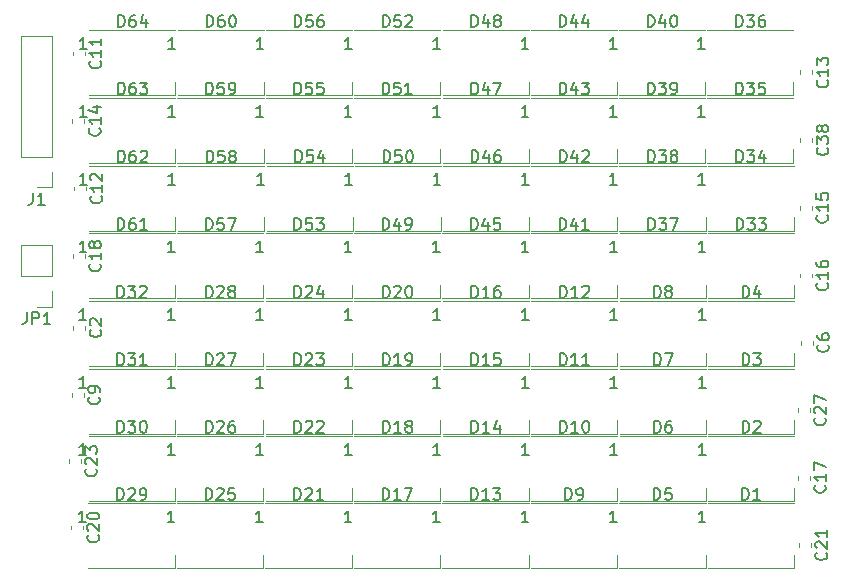
<source format=gbr>
G04 #@! TF.GenerationSoftware,KiCad,Pcbnew,(5.1.4)-1*
G04 #@! TF.CreationDate,2020-09-22T21:35:24+03:00*
G04 #@! TF.ProjectId,ws8212b_disp,77733832-3132-4625-9f64-6973702e6b69,rev?*
G04 #@! TF.SameCoordinates,Original*
G04 #@! TF.FileFunction,Legend,Top*
G04 #@! TF.FilePolarity,Positive*
%FSLAX46Y46*%
G04 Gerber Fmt 4.6, Leading zero omitted, Abs format (unit mm)*
G04 Created by KiCad (PCBNEW (5.1.4)-1) date 2020-09-22 21:35:24*
%MOMM*%
%LPD*%
G04 APERTURE LIST*
%ADD10C,0.120000*%
%ADD11C,0.150000*%
G04 APERTURE END LIST*
D10*
X31621000Y-63184821D02*
X31621000Y-63510379D01*
X32641000Y-63184821D02*
X32641000Y-63510379D01*
X29930400Y-68995600D02*
X28600400Y-68995600D01*
X29930400Y-67665600D02*
X29930400Y-68995600D01*
X29930400Y-66395600D02*
X27270400Y-66395600D01*
X27270400Y-66395600D02*
X27270400Y-56175600D01*
X29930400Y-66395600D02*
X29930400Y-56175600D01*
X29930400Y-56175600D02*
X27270400Y-56175600D01*
X29930400Y-79104800D02*
X28600400Y-79104800D01*
X29930400Y-77774800D02*
X29930400Y-79104800D01*
X29930400Y-76504800D02*
X27270400Y-76504800D01*
X27270400Y-76504800D02*
X27270400Y-73904800D01*
X29930400Y-76504800D02*
X29930400Y-73904800D01*
X29930400Y-73904800D02*
X27270400Y-73904800D01*
X40353000Y-61195400D02*
X40353000Y-60045400D01*
X33053000Y-61195400D02*
X40353000Y-61195400D01*
X33053000Y-55695400D02*
X40353000Y-55695400D01*
X40353000Y-66910400D02*
X40353000Y-65760400D01*
X33053000Y-66910400D02*
X40353000Y-66910400D01*
X33053000Y-61410400D02*
X40353000Y-61410400D01*
X40353000Y-72676200D02*
X40353000Y-71526200D01*
X33053000Y-72676200D02*
X40353000Y-72676200D01*
X33053000Y-67176200D02*
X40353000Y-67176200D01*
X40327600Y-78391200D02*
X40327600Y-77241200D01*
X33027600Y-78391200D02*
X40327600Y-78391200D01*
X33027600Y-72891200D02*
X40327600Y-72891200D01*
X47846000Y-61195400D02*
X47846000Y-60045400D01*
X40546000Y-61195400D02*
X47846000Y-61195400D01*
X40546000Y-55695400D02*
X47846000Y-55695400D01*
X47820600Y-66910400D02*
X47820600Y-65760400D01*
X40520600Y-66910400D02*
X47820600Y-66910400D01*
X40520600Y-61410400D02*
X47820600Y-61410400D01*
X47846000Y-72676200D02*
X47846000Y-71526200D01*
X40546000Y-72676200D02*
X47846000Y-72676200D01*
X40546000Y-67176200D02*
X47846000Y-67176200D01*
X47795200Y-78391200D02*
X47795200Y-77241200D01*
X40495200Y-78391200D02*
X47795200Y-78391200D01*
X40495200Y-72891200D02*
X47795200Y-72891200D01*
X55313600Y-61195400D02*
X55313600Y-60045400D01*
X48013600Y-61195400D02*
X55313600Y-61195400D01*
X48013600Y-55695400D02*
X55313600Y-55695400D01*
X55288200Y-66910400D02*
X55288200Y-65760400D01*
X47988200Y-66910400D02*
X55288200Y-66910400D01*
X47988200Y-61410400D02*
X55288200Y-61410400D01*
X55364400Y-72650800D02*
X55364400Y-71500800D01*
X48064400Y-72650800D02*
X55364400Y-72650800D01*
X48064400Y-67150800D02*
X55364400Y-67150800D01*
X55288200Y-78391200D02*
X55288200Y-77241200D01*
X47988200Y-78391200D02*
X55288200Y-78391200D01*
X47988200Y-72891200D02*
X55288200Y-72891200D01*
X62781200Y-61195400D02*
X62781200Y-60045400D01*
X55481200Y-61195400D02*
X62781200Y-61195400D01*
X55481200Y-55695400D02*
X62781200Y-55695400D01*
X62755800Y-66910400D02*
X62755800Y-65760400D01*
X55455800Y-66910400D02*
X62755800Y-66910400D01*
X55455800Y-61410400D02*
X62755800Y-61410400D01*
X62832000Y-72650800D02*
X62832000Y-71500800D01*
X55532000Y-72650800D02*
X62832000Y-72650800D01*
X55532000Y-67150800D02*
X62832000Y-67150800D01*
X62755800Y-78391200D02*
X62755800Y-77241200D01*
X55455800Y-78391200D02*
X62755800Y-78391200D01*
X55455800Y-72891200D02*
X62755800Y-72891200D01*
X70274200Y-61195400D02*
X70274200Y-60045400D01*
X62974200Y-61195400D02*
X70274200Y-61195400D01*
X62974200Y-55695400D02*
X70274200Y-55695400D01*
X70274200Y-66910400D02*
X70274200Y-65760400D01*
X62974200Y-66910400D02*
X70274200Y-66910400D01*
X62974200Y-61410400D02*
X70274200Y-61410400D01*
X70299600Y-72650800D02*
X70299600Y-71500800D01*
X62999600Y-72650800D02*
X70299600Y-72650800D01*
X62999600Y-67150800D02*
X70299600Y-67150800D01*
X70248800Y-78391200D02*
X70248800Y-77241200D01*
X62948800Y-78391200D02*
X70248800Y-78391200D01*
X62948800Y-72891200D02*
X70248800Y-72891200D01*
X77741800Y-61195400D02*
X77741800Y-60045400D01*
X70441800Y-61195400D02*
X77741800Y-61195400D01*
X70441800Y-55695400D02*
X77741800Y-55695400D01*
X77741800Y-66910400D02*
X77741800Y-65760400D01*
X70441800Y-66910400D02*
X77741800Y-66910400D01*
X70441800Y-61410400D02*
X77741800Y-61410400D01*
X77767200Y-72650800D02*
X77767200Y-71500800D01*
X70467200Y-72650800D02*
X77767200Y-72650800D01*
X70467200Y-67150800D02*
X77767200Y-67150800D01*
X77741800Y-78391200D02*
X77741800Y-77241200D01*
X70441800Y-78391200D02*
X77741800Y-78391200D01*
X70441800Y-72891200D02*
X77741800Y-72891200D01*
X85209400Y-61195400D02*
X85209400Y-60045400D01*
X77909400Y-61195400D02*
X85209400Y-61195400D01*
X77909400Y-55695400D02*
X85209400Y-55695400D01*
X85209400Y-66910400D02*
X85209400Y-65760400D01*
X77909400Y-66910400D02*
X85209400Y-66910400D01*
X77909400Y-61410400D02*
X85209400Y-61410400D01*
X85234800Y-72650800D02*
X85234800Y-71500800D01*
X77934800Y-72650800D02*
X85234800Y-72650800D01*
X77934800Y-67150800D02*
X85234800Y-67150800D01*
X85260200Y-78391200D02*
X85260200Y-77241200D01*
X77960200Y-78391200D02*
X85260200Y-78391200D01*
X77960200Y-72891200D02*
X85260200Y-72891200D01*
X92677000Y-61195400D02*
X92677000Y-60045400D01*
X85377000Y-61195400D02*
X92677000Y-61195400D01*
X85377000Y-55695400D02*
X92677000Y-55695400D01*
X92677000Y-66910400D02*
X92677000Y-65760400D01*
X85377000Y-66910400D02*
X92677000Y-66910400D01*
X85377000Y-61410400D02*
X92677000Y-61410400D01*
X92702400Y-72650800D02*
X92702400Y-71500800D01*
X85402400Y-72650800D02*
X92702400Y-72650800D01*
X85402400Y-67150800D02*
X92702400Y-67150800D01*
X92727800Y-78391200D02*
X92727800Y-77241200D01*
X85427800Y-78391200D02*
X92727800Y-78391200D01*
X85427800Y-72891200D02*
X92727800Y-72891200D01*
X40302200Y-84131600D02*
X40302200Y-82981600D01*
X33002200Y-84131600D02*
X40302200Y-84131600D01*
X33002200Y-78631600D02*
X40302200Y-78631600D01*
X40302200Y-89846600D02*
X40302200Y-88696600D01*
X33002200Y-89846600D02*
X40302200Y-89846600D01*
X33002200Y-84346600D02*
X40302200Y-84346600D01*
X40302200Y-95561600D02*
X40302200Y-94411600D01*
X33002200Y-95561600D02*
X40302200Y-95561600D01*
X33002200Y-90061600D02*
X40302200Y-90061600D01*
X40276800Y-101251200D02*
X40276800Y-100101200D01*
X32976800Y-101251200D02*
X40276800Y-101251200D01*
X32976800Y-95751200D02*
X40276800Y-95751200D01*
X47795200Y-84131600D02*
X47795200Y-82981600D01*
X40495200Y-84131600D02*
X47795200Y-84131600D01*
X40495200Y-78631600D02*
X47795200Y-78631600D01*
X47795200Y-89846600D02*
X47795200Y-88696600D01*
X40495200Y-89846600D02*
X47795200Y-89846600D01*
X40495200Y-84346600D02*
X47795200Y-84346600D01*
X47795200Y-95561600D02*
X47795200Y-94411600D01*
X40495200Y-95561600D02*
X47795200Y-95561600D01*
X40495200Y-90061600D02*
X47795200Y-90061600D01*
X47769800Y-101251200D02*
X47769800Y-100101200D01*
X40469800Y-101251200D02*
X47769800Y-101251200D01*
X40469800Y-95751200D02*
X47769800Y-95751200D01*
X55288200Y-84131600D02*
X55288200Y-82981600D01*
X47988200Y-84131600D02*
X55288200Y-84131600D01*
X47988200Y-78631600D02*
X55288200Y-78631600D01*
X55288200Y-89846600D02*
X55288200Y-88696600D01*
X47988200Y-89846600D02*
X55288200Y-89846600D01*
X47988200Y-84346600D02*
X55288200Y-84346600D01*
X55288200Y-95561600D02*
X55288200Y-94411600D01*
X47988200Y-95561600D02*
X55288200Y-95561600D01*
X47988200Y-90061600D02*
X55288200Y-90061600D01*
X55262800Y-101251200D02*
X55262800Y-100101200D01*
X47962800Y-101251200D02*
X55262800Y-101251200D01*
X47962800Y-95751200D02*
X55262800Y-95751200D01*
X62781200Y-84131600D02*
X62781200Y-82981600D01*
X55481200Y-84131600D02*
X62781200Y-84131600D01*
X55481200Y-78631600D02*
X62781200Y-78631600D01*
X62781200Y-89846600D02*
X62781200Y-88696600D01*
X55481200Y-89846600D02*
X62781200Y-89846600D01*
X55481200Y-84346600D02*
X62781200Y-84346600D01*
X62781200Y-95561600D02*
X62781200Y-94411600D01*
X55481200Y-95561600D02*
X62781200Y-95561600D01*
X55481200Y-90061600D02*
X62781200Y-90061600D01*
X62755800Y-101251200D02*
X62755800Y-100101200D01*
X55455800Y-101251200D02*
X62755800Y-101251200D01*
X55455800Y-95751200D02*
X62755800Y-95751200D01*
X70274200Y-84131600D02*
X70274200Y-82981600D01*
X62974200Y-84131600D02*
X70274200Y-84131600D01*
X62974200Y-78631600D02*
X70274200Y-78631600D01*
X70274200Y-89846600D02*
X70274200Y-88696600D01*
X62974200Y-89846600D02*
X70274200Y-89846600D01*
X62974200Y-84346600D02*
X70274200Y-84346600D01*
X70274200Y-95561600D02*
X70274200Y-94411600D01*
X62974200Y-95561600D02*
X70274200Y-95561600D01*
X62974200Y-90061600D02*
X70274200Y-90061600D01*
X70248800Y-101251200D02*
X70248800Y-100101200D01*
X62948800Y-101251200D02*
X70248800Y-101251200D01*
X62948800Y-95751200D02*
X70248800Y-95751200D01*
X77767200Y-84131600D02*
X77767200Y-82981600D01*
X70467200Y-84131600D02*
X77767200Y-84131600D01*
X70467200Y-78631600D02*
X77767200Y-78631600D01*
X77767200Y-89846600D02*
X77767200Y-88696600D01*
X70467200Y-89846600D02*
X77767200Y-89846600D01*
X70467200Y-84346600D02*
X77767200Y-84346600D01*
X77767200Y-95561600D02*
X77767200Y-94411600D01*
X70467200Y-95561600D02*
X77767200Y-95561600D01*
X70467200Y-90061600D02*
X77767200Y-90061600D01*
X77741800Y-101251200D02*
X77741800Y-100101200D01*
X70441800Y-101251200D02*
X77741800Y-101251200D01*
X70441800Y-95751200D02*
X77741800Y-95751200D01*
X85260200Y-84131600D02*
X85260200Y-82981600D01*
X77960200Y-84131600D02*
X85260200Y-84131600D01*
X77960200Y-78631600D02*
X85260200Y-78631600D01*
X85260200Y-89846600D02*
X85260200Y-88696600D01*
X77960200Y-89846600D02*
X85260200Y-89846600D01*
X77960200Y-84346600D02*
X85260200Y-84346600D01*
X85260200Y-95561600D02*
X85260200Y-94411600D01*
X77960200Y-95561600D02*
X85260200Y-95561600D01*
X77960200Y-90061600D02*
X85260200Y-90061600D01*
X85234800Y-101251200D02*
X85234800Y-100101200D01*
X77934800Y-101251200D02*
X85234800Y-101251200D01*
X77934800Y-95751200D02*
X85234800Y-95751200D01*
X92753200Y-84131600D02*
X92753200Y-82981600D01*
X85453200Y-84131600D02*
X92753200Y-84131600D01*
X85453200Y-78631600D02*
X92753200Y-78631600D01*
X92753200Y-89846600D02*
X92753200Y-88696600D01*
X85453200Y-89846600D02*
X92753200Y-89846600D01*
X85453200Y-84346600D02*
X92753200Y-84346600D01*
X92753200Y-95561600D02*
X92753200Y-94411600D01*
X85453200Y-95561600D02*
X92753200Y-95561600D01*
X85453200Y-90061600D02*
X92753200Y-90061600D01*
X92727800Y-101251200D02*
X92727800Y-100101200D01*
X85427800Y-101251200D02*
X92727800Y-101251200D01*
X85427800Y-95751200D02*
X92727800Y-95751200D01*
X93241400Y-64810421D02*
X93241400Y-65135979D01*
X94261400Y-64810421D02*
X94261400Y-65135979D01*
X93038200Y-87695821D02*
X93038200Y-88021379D01*
X94058200Y-87695821D02*
X94058200Y-88021379D01*
X31316200Y-92013821D02*
X31316200Y-92339379D01*
X32336200Y-92013821D02*
X32336200Y-92339379D01*
X93139800Y-99100421D02*
X93139800Y-99425979D01*
X94159800Y-99100421D02*
X94159800Y-99425979D01*
X31494000Y-97627221D02*
X31494000Y-97952779D01*
X32514000Y-97627221D02*
X32514000Y-97952779D01*
X31646400Y-74665621D02*
X31646400Y-74991179D01*
X32666400Y-74665621D02*
X32666400Y-74991179D01*
X93038200Y-93410821D02*
X93038200Y-93736379D01*
X94058200Y-93410821D02*
X94058200Y-93736379D01*
X93216000Y-76291221D02*
X93216000Y-76616779D01*
X94236000Y-76291221D02*
X94236000Y-76616779D01*
X93216000Y-70550821D02*
X93216000Y-70876379D01*
X94236000Y-70550821D02*
X94236000Y-70876379D01*
X93241400Y-59095421D02*
X93241400Y-59420979D01*
X94261400Y-59095421D02*
X94261400Y-59420979D01*
X31748000Y-68925221D02*
X31748000Y-69250779D01*
X32768000Y-68925221D02*
X32768000Y-69250779D01*
X31671800Y-57495221D02*
X31671800Y-57820779D01*
X32691800Y-57495221D02*
X32691800Y-57820779D01*
X31570200Y-86425821D02*
X31570200Y-86751379D01*
X32590200Y-86425821D02*
X32590200Y-86751379D01*
X93292200Y-81980821D02*
X93292200Y-82306379D01*
X94312200Y-81980821D02*
X94312200Y-82306379D01*
X31697200Y-80710821D02*
X31697200Y-81036379D01*
X32717200Y-80710821D02*
X32717200Y-81036379D01*
D11*
X33918142Y-63990457D02*
X33965761Y-64038076D01*
X34013380Y-64180933D01*
X34013380Y-64276171D01*
X33965761Y-64419028D01*
X33870523Y-64514266D01*
X33775285Y-64561885D01*
X33584809Y-64609504D01*
X33441952Y-64609504D01*
X33251476Y-64561885D01*
X33156238Y-64514266D01*
X33061000Y-64419028D01*
X33013380Y-64276171D01*
X33013380Y-64180933D01*
X33061000Y-64038076D01*
X33108619Y-63990457D01*
X34013380Y-63038076D02*
X34013380Y-63609504D01*
X34013380Y-63323790D02*
X33013380Y-63323790D01*
X33156238Y-63419028D01*
X33251476Y-63514266D01*
X33299095Y-63609504D01*
X33346714Y-62180933D02*
X34013380Y-62180933D01*
X32965761Y-62419028D02*
X33680047Y-62657123D01*
X33680047Y-62038076D01*
X28267066Y-69447980D02*
X28267066Y-70162266D01*
X28219447Y-70305123D01*
X28124209Y-70400361D01*
X27981352Y-70447980D01*
X27886114Y-70447980D01*
X29267066Y-70447980D02*
X28695638Y-70447980D01*
X28981352Y-70447980D02*
X28981352Y-69447980D01*
X28886114Y-69590838D01*
X28790876Y-69686076D01*
X28695638Y-69733695D01*
X27767066Y-79557180D02*
X27767066Y-80271466D01*
X27719447Y-80414323D01*
X27624209Y-80509561D01*
X27481352Y-80557180D01*
X27386114Y-80557180D01*
X28243257Y-80557180D02*
X28243257Y-79557180D01*
X28624209Y-79557180D01*
X28719447Y-79604800D01*
X28767066Y-79652419D01*
X28814685Y-79747657D01*
X28814685Y-79890514D01*
X28767066Y-79985752D01*
X28719447Y-80033371D01*
X28624209Y-80080990D01*
X28243257Y-80080990D01*
X29767066Y-80557180D02*
X29195638Y-80557180D01*
X29481352Y-80557180D02*
X29481352Y-79557180D01*
X29386114Y-79700038D01*
X29290876Y-79795276D01*
X29195638Y-79842895D01*
X35488714Y-55397780D02*
X35488714Y-54397780D01*
X35726809Y-54397780D01*
X35869666Y-54445400D01*
X35964904Y-54540638D01*
X36012523Y-54635876D01*
X36060142Y-54826352D01*
X36060142Y-54969209D01*
X36012523Y-55159685D01*
X35964904Y-55254923D01*
X35869666Y-55350161D01*
X35726809Y-55397780D01*
X35488714Y-55397780D01*
X36917285Y-54397780D02*
X36726809Y-54397780D01*
X36631571Y-54445400D01*
X36583952Y-54493019D01*
X36488714Y-54635876D01*
X36441095Y-54826352D01*
X36441095Y-55207304D01*
X36488714Y-55302542D01*
X36536333Y-55350161D01*
X36631571Y-55397780D01*
X36822047Y-55397780D01*
X36917285Y-55350161D01*
X36964904Y-55302542D01*
X37012523Y-55207304D01*
X37012523Y-54969209D01*
X36964904Y-54873971D01*
X36917285Y-54826352D01*
X36822047Y-54778733D01*
X36631571Y-54778733D01*
X36536333Y-54826352D01*
X36488714Y-54873971D01*
X36441095Y-54969209D01*
X37869666Y-54731114D02*
X37869666Y-55397780D01*
X37631571Y-54350161D02*
X37393476Y-55064447D01*
X38012523Y-55064447D01*
X32838714Y-57297780D02*
X32267285Y-57297780D01*
X32553000Y-57297780D02*
X32553000Y-56297780D01*
X32457761Y-56440638D01*
X32362523Y-56535876D01*
X32267285Y-56583495D01*
X35488714Y-61112780D02*
X35488714Y-60112780D01*
X35726809Y-60112780D01*
X35869666Y-60160400D01*
X35964904Y-60255638D01*
X36012523Y-60350876D01*
X36060142Y-60541352D01*
X36060142Y-60684209D01*
X36012523Y-60874685D01*
X35964904Y-60969923D01*
X35869666Y-61065161D01*
X35726809Y-61112780D01*
X35488714Y-61112780D01*
X36917285Y-60112780D02*
X36726809Y-60112780D01*
X36631571Y-60160400D01*
X36583952Y-60208019D01*
X36488714Y-60350876D01*
X36441095Y-60541352D01*
X36441095Y-60922304D01*
X36488714Y-61017542D01*
X36536333Y-61065161D01*
X36631571Y-61112780D01*
X36822047Y-61112780D01*
X36917285Y-61065161D01*
X36964904Y-61017542D01*
X37012523Y-60922304D01*
X37012523Y-60684209D01*
X36964904Y-60588971D01*
X36917285Y-60541352D01*
X36822047Y-60493733D01*
X36631571Y-60493733D01*
X36536333Y-60541352D01*
X36488714Y-60588971D01*
X36441095Y-60684209D01*
X37345857Y-60112780D02*
X37964904Y-60112780D01*
X37631571Y-60493733D01*
X37774428Y-60493733D01*
X37869666Y-60541352D01*
X37917285Y-60588971D01*
X37964904Y-60684209D01*
X37964904Y-60922304D01*
X37917285Y-61017542D01*
X37869666Y-61065161D01*
X37774428Y-61112780D01*
X37488714Y-61112780D01*
X37393476Y-61065161D01*
X37345857Y-61017542D01*
X32838714Y-63012780D02*
X32267285Y-63012780D01*
X32553000Y-63012780D02*
X32553000Y-62012780D01*
X32457761Y-62155638D01*
X32362523Y-62250876D01*
X32267285Y-62298495D01*
X35488714Y-66878580D02*
X35488714Y-65878580D01*
X35726809Y-65878580D01*
X35869666Y-65926200D01*
X35964904Y-66021438D01*
X36012523Y-66116676D01*
X36060142Y-66307152D01*
X36060142Y-66450009D01*
X36012523Y-66640485D01*
X35964904Y-66735723D01*
X35869666Y-66830961D01*
X35726809Y-66878580D01*
X35488714Y-66878580D01*
X36917285Y-65878580D02*
X36726809Y-65878580D01*
X36631571Y-65926200D01*
X36583952Y-65973819D01*
X36488714Y-66116676D01*
X36441095Y-66307152D01*
X36441095Y-66688104D01*
X36488714Y-66783342D01*
X36536333Y-66830961D01*
X36631571Y-66878580D01*
X36822047Y-66878580D01*
X36917285Y-66830961D01*
X36964904Y-66783342D01*
X37012523Y-66688104D01*
X37012523Y-66450009D01*
X36964904Y-66354771D01*
X36917285Y-66307152D01*
X36822047Y-66259533D01*
X36631571Y-66259533D01*
X36536333Y-66307152D01*
X36488714Y-66354771D01*
X36441095Y-66450009D01*
X37393476Y-65973819D02*
X37441095Y-65926200D01*
X37536333Y-65878580D01*
X37774428Y-65878580D01*
X37869666Y-65926200D01*
X37917285Y-65973819D01*
X37964904Y-66069057D01*
X37964904Y-66164295D01*
X37917285Y-66307152D01*
X37345857Y-66878580D01*
X37964904Y-66878580D01*
X32838714Y-68778580D02*
X32267285Y-68778580D01*
X32553000Y-68778580D02*
X32553000Y-67778580D01*
X32457761Y-67921438D01*
X32362523Y-68016676D01*
X32267285Y-68064295D01*
X35463314Y-72593580D02*
X35463314Y-71593580D01*
X35701409Y-71593580D01*
X35844266Y-71641200D01*
X35939504Y-71736438D01*
X35987123Y-71831676D01*
X36034742Y-72022152D01*
X36034742Y-72165009D01*
X35987123Y-72355485D01*
X35939504Y-72450723D01*
X35844266Y-72545961D01*
X35701409Y-72593580D01*
X35463314Y-72593580D01*
X36891885Y-71593580D02*
X36701409Y-71593580D01*
X36606171Y-71641200D01*
X36558552Y-71688819D01*
X36463314Y-71831676D01*
X36415695Y-72022152D01*
X36415695Y-72403104D01*
X36463314Y-72498342D01*
X36510933Y-72545961D01*
X36606171Y-72593580D01*
X36796647Y-72593580D01*
X36891885Y-72545961D01*
X36939504Y-72498342D01*
X36987123Y-72403104D01*
X36987123Y-72165009D01*
X36939504Y-72069771D01*
X36891885Y-72022152D01*
X36796647Y-71974533D01*
X36606171Y-71974533D01*
X36510933Y-72022152D01*
X36463314Y-72069771D01*
X36415695Y-72165009D01*
X37939504Y-72593580D02*
X37368076Y-72593580D01*
X37653790Y-72593580D02*
X37653790Y-71593580D01*
X37558552Y-71736438D01*
X37463314Y-71831676D01*
X37368076Y-71879295D01*
X32813314Y-74493580D02*
X32241885Y-74493580D01*
X32527600Y-74493580D02*
X32527600Y-73493580D01*
X32432361Y-73636438D01*
X32337123Y-73731676D01*
X32241885Y-73779295D01*
X42981714Y-55397780D02*
X42981714Y-54397780D01*
X43219809Y-54397780D01*
X43362666Y-54445400D01*
X43457904Y-54540638D01*
X43505523Y-54635876D01*
X43553142Y-54826352D01*
X43553142Y-54969209D01*
X43505523Y-55159685D01*
X43457904Y-55254923D01*
X43362666Y-55350161D01*
X43219809Y-55397780D01*
X42981714Y-55397780D01*
X44410285Y-54397780D02*
X44219809Y-54397780D01*
X44124571Y-54445400D01*
X44076952Y-54493019D01*
X43981714Y-54635876D01*
X43934095Y-54826352D01*
X43934095Y-55207304D01*
X43981714Y-55302542D01*
X44029333Y-55350161D01*
X44124571Y-55397780D01*
X44315047Y-55397780D01*
X44410285Y-55350161D01*
X44457904Y-55302542D01*
X44505523Y-55207304D01*
X44505523Y-54969209D01*
X44457904Y-54873971D01*
X44410285Y-54826352D01*
X44315047Y-54778733D01*
X44124571Y-54778733D01*
X44029333Y-54826352D01*
X43981714Y-54873971D01*
X43934095Y-54969209D01*
X45124571Y-54397780D02*
X45219809Y-54397780D01*
X45315047Y-54445400D01*
X45362666Y-54493019D01*
X45410285Y-54588257D01*
X45457904Y-54778733D01*
X45457904Y-55016828D01*
X45410285Y-55207304D01*
X45362666Y-55302542D01*
X45315047Y-55350161D01*
X45219809Y-55397780D01*
X45124571Y-55397780D01*
X45029333Y-55350161D01*
X44981714Y-55302542D01*
X44934095Y-55207304D01*
X44886476Y-55016828D01*
X44886476Y-54778733D01*
X44934095Y-54588257D01*
X44981714Y-54493019D01*
X45029333Y-54445400D01*
X45124571Y-54397780D01*
X40331714Y-57297780D02*
X39760285Y-57297780D01*
X40046000Y-57297780D02*
X40046000Y-56297780D01*
X39950761Y-56440638D01*
X39855523Y-56535876D01*
X39760285Y-56583495D01*
X42956314Y-61112780D02*
X42956314Y-60112780D01*
X43194409Y-60112780D01*
X43337266Y-60160400D01*
X43432504Y-60255638D01*
X43480123Y-60350876D01*
X43527742Y-60541352D01*
X43527742Y-60684209D01*
X43480123Y-60874685D01*
X43432504Y-60969923D01*
X43337266Y-61065161D01*
X43194409Y-61112780D01*
X42956314Y-61112780D01*
X44432504Y-60112780D02*
X43956314Y-60112780D01*
X43908695Y-60588971D01*
X43956314Y-60541352D01*
X44051552Y-60493733D01*
X44289647Y-60493733D01*
X44384885Y-60541352D01*
X44432504Y-60588971D01*
X44480123Y-60684209D01*
X44480123Y-60922304D01*
X44432504Y-61017542D01*
X44384885Y-61065161D01*
X44289647Y-61112780D01*
X44051552Y-61112780D01*
X43956314Y-61065161D01*
X43908695Y-61017542D01*
X44956314Y-61112780D02*
X45146790Y-61112780D01*
X45242028Y-61065161D01*
X45289647Y-61017542D01*
X45384885Y-60874685D01*
X45432504Y-60684209D01*
X45432504Y-60303257D01*
X45384885Y-60208019D01*
X45337266Y-60160400D01*
X45242028Y-60112780D01*
X45051552Y-60112780D01*
X44956314Y-60160400D01*
X44908695Y-60208019D01*
X44861076Y-60303257D01*
X44861076Y-60541352D01*
X44908695Y-60636590D01*
X44956314Y-60684209D01*
X45051552Y-60731828D01*
X45242028Y-60731828D01*
X45337266Y-60684209D01*
X45384885Y-60636590D01*
X45432504Y-60541352D01*
X40306314Y-63012780D02*
X39734885Y-63012780D01*
X40020600Y-63012780D02*
X40020600Y-62012780D01*
X39925361Y-62155638D01*
X39830123Y-62250876D01*
X39734885Y-62298495D01*
X42981714Y-66878580D02*
X42981714Y-65878580D01*
X43219809Y-65878580D01*
X43362666Y-65926200D01*
X43457904Y-66021438D01*
X43505523Y-66116676D01*
X43553142Y-66307152D01*
X43553142Y-66450009D01*
X43505523Y-66640485D01*
X43457904Y-66735723D01*
X43362666Y-66830961D01*
X43219809Y-66878580D01*
X42981714Y-66878580D01*
X44457904Y-65878580D02*
X43981714Y-65878580D01*
X43934095Y-66354771D01*
X43981714Y-66307152D01*
X44076952Y-66259533D01*
X44315047Y-66259533D01*
X44410285Y-66307152D01*
X44457904Y-66354771D01*
X44505523Y-66450009D01*
X44505523Y-66688104D01*
X44457904Y-66783342D01*
X44410285Y-66830961D01*
X44315047Y-66878580D01*
X44076952Y-66878580D01*
X43981714Y-66830961D01*
X43934095Y-66783342D01*
X45076952Y-66307152D02*
X44981714Y-66259533D01*
X44934095Y-66211914D01*
X44886476Y-66116676D01*
X44886476Y-66069057D01*
X44934095Y-65973819D01*
X44981714Y-65926200D01*
X45076952Y-65878580D01*
X45267428Y-65878580D01*
X45362666Y-65926200D01*
X45410285Y-65973819D01*
X45457904Y-66069057D01*
X45457904Y-66116676D01*
X45410285Y-66211914D01*
X45362666Y-66259533D01*
X45267428Y-66307152D01*
X45076952Y-66307152D01*
X44981714Y-66354771D01*
X44934095Y-66402390D01*
X44886476Y-66497628D01*
X44886476Y-66688104D01*
X44934095Y-66783342D01*
X44981714Y-66830961D01*
X45076952Y-66878580D01*
X45267428Y-66878580D01*
X45362666Y-66830961D01*
X45410285Y-66783342D01*
X45457904Y-66688104D01*
X45457904Y-66497628D01*
X45410285Y-66402390D01*
X45362666Y-66354771D01*
X45267428Y-66307152D01*
X40331714Y-68778580D02*
X39760285Y-68778580D01*
X40046000Y-68778580D02*
X40046000Y-67778580D01*
X39950761Y-67921438D01*
X39855523Y-68016676D01*
X39760285Y-68064295D01*
X42930914Y-72593580D02*
X42930914Y-71593580D01*
X43169009Y-71593580D01*
X43311866Y-71641200D01*
X43407104Y-71736438D01*
X43454723Y-71831676D01*
X43502342Y-72022152D01*
X43502342Y-72165009D01*
X43454723Y-72355485D01*
X43407104Y-72450723D01*
X43311866Y-72545961D01*
X43169009Y-72593580D01*
X42930914Y-72593580D01*
X44407104Y-71593580D02*
X43930914Y-71593580D01*
X43883295Y-72069771D01*
X43930914Y-72022152D01*
X44026152Y-71974533D01*
X44264247Y-71974533D01*
X44359485Y-72022152D01*
X44407104Y-72069771D01*
X44454723Y-72165009D01*
X44454723Y-72403104D01*
X44407104Y-72498342D01*
X44359485Y-72545961D01*
X44264247Y-72593580D01*
X44026152Y-72593580D01*
X43930914Y-72545961D01*
X43883295Y-72498342D01*
X44788057Y-71593580D02*
X45454723Y-71593580D01*
X45026152Y-72593580D01*
X40280914Y-74493580D02*
X39709485Y-74493580D01*
X39995200Y-74493580D02*
X39995200Y-73493580D01*
X39899961Y-73636438D01*
X39804723Y-73731676D01*
X39709485Y-73779295D01*
X50449314Y-55397780D02*
X50449314Y-54397780D01*
X50687409Y-54397780D01*
X50830266Y-54445400D01*
X50925504Y-54540638D01*
X50973123Y-54635876D01*
X51020742Y-54826352D01*
X51020742Y-54969209D01*
X50973123Y-55159685D01*
X50925504Y-55254923D01*
X50830266Y-55350161D01*
X50687409Y-55397780D01*
X50449314Y-55397780D01*
X51925504Y-54397780D02*
X51449314Y-54397780D01*
X51401695Y-54873971D01*
X51449314Y-54826352D01*
X51544552Y-54778733D01*
X51782647Y-54778733D01*
X51877885Y-54826352D01*
X51925504Y-54873971D01*
X51973123Y-54969209D01*
X51973123Y-55207304D01*
X51925504Y-55302542D01*
X51877885Y-55350161D01*
X51782647Y-55397780D01*
X51544552Y-55397780D01*
X51449314Y-55350161D01*
X51401695Y-55302542D01*
X52830266Y-54397780D02*
X52639790Y-54397780D01*
X52544552Y-54445400D01*
X52496933Y-54493019D01*
X52401695Y-54635876D01*
X52354076Y-54826352D01*
X52354076Y-55207304D01*
X52401695Y-55302542D01*
X52449314Y-55350161D01*
X52544552Y-55397780D01*
X52735028Y-55397780D01*
X52830266Y-55350161D01*
X52877885Y-55302542D01*
X52925504Y-55207304D01*
X52925504Y-54969209D01*
X52877885Y-54873971D01*
X52830266Y-54826352D01*
X52735028Y-54778733D01*
X52544552Y-54778733D01*
X52449314Y-54826352D01*
X52401695Y-54873971D01*
X52354076Y-54969209D01*
X47799314Y-57297780D02*
X47227885Y-57297780D01*
X47513600Y-57297780D02*
X47513600Y-56297780D01*
X47418361Y-56440638D01*
X47323123Y-56535876D01*
X47227885Y-56583495D01*
X50423914Y-61112780D02*
X50423914Y-60112780D01*
X50662009Y-60112780D01*
X50804866Y-60160400D01*
X50900104Y-60255638D01*
X50947723Y-60350876D01*
X50995342Y-60541352D01*
X50995342Y-60684209D01*
X50947723Y-60874685D01*
X50900104Y-60969923D01*
X50804866Y-61065161D01*
X50662009Y-61112780D01*
X50423914Y-61112780D01*
X51900104Y-60112780D02*
X51423914Y-60112780D01*
X51376295Y-60588971D01*
X51423914Y-60541352D01*
X51519152Y-60493733D01*
X51757247Y-60493733D01*
X51852485Y-60541352D01*
X51900104Y-60588971D01*
X51947723Y-60684209D01*
X51947723Y-60922304D01*
X51900104Y-61017542D01*
X51852485Y-61065161D01*
X51757247Y-61112780D01*
X51519152Y-61112780D01*
X51423914Y-61065161D01*
X51376295Y-61017542D01*
X52852485Y-60112780D02*
X52376295Y-60112780D01*
X52328676Y-60588971D01*
X52376295Y-60541352D01*
X52471533Y-60493733D01*
X52709628Y-60493733D01*
X52804866Y-60541352D01*
X52852485Y-60588971D01*
X52900104Y-60684209D01*
X52900104Y-60922304D01*
X52852485Y-61017542D01*
X52804866Y-61065161D01*
X52709628Y-61112780D01*
X52471533Y-61112780D01*
X52376295Y-61065161D01*
X52328676Y-61017542D01*
X47773914Y-63012780D02*
X47202485Y-63012780D01*
X47488200Y-63012780D02*
X47488200Y-62012780D01*
X47392961Y-62155638D01*
X47297723Y-62250876D01*
X47202485Y-62298495D01*
X50500114Y-66853180D02*
X50500114Y-65853180D01*
X50738209Y-65853180D01*
X50881066Y-65900800D01*
X50976304Y-65996038D01*
X51023923Y-66091276D01*
X51071542Y-66281752D01*
X51071542Y-66424609D01*
X51023923Y-66615085D01*
X50976304Y-66710323D01*
X50881066Y-66805561D01*
X50738209Y-66853180D01*
X50500114Y-66853180D01*
X51976304Y-65853180D02*
X51500114Y-65853180D01*
X51452495Y-66329371D01*
X51500114Y-66281752D01*
X51595352Y-66234133D01*
X51833447Y-66234133D01*
X51928685Y-66281752D01*
X51976304Y-66329371D01*
X52023923Y-66424609D01*
X52023923Y-66662704D01*
X51976304Y-66757942D01*
X51928685Y-66805561D01*
X51833447Y-66853180D01*
X51595352Y-66853180D01*
X51500114Y-66805561D01*
X51452495Y-66757942D01*
X52881066Y-66186514D02*
X52881066Y-66853180D01*
X52642971Y-65805561D02*
X52404876Y-66519847D01*
X53023923Y-66519847D01*
X47850114Y-68753180D02*
X47278685Y-68753180D01*
X47564400Y-68753180D02*
X47564400Y-67753180D01*
X47469161Y-67896038D01*
X47373923Y-67991276D01*
X47278685Y-68038895D01*
X50423914Y-72593580D02*
X50423914Y-71593580D01*
X50662009Y-71593580D01*
X50804866Y-71641200D01*
X50900104Y-71736438D01*
X50947723Y-71831676D01*
X50995342Y-72022152D01*
X50995342Y-72165009D01*
X50947723Y-72355485D01*
X50900104Y-72450723D01*
X50804866Y-72545961D01*
X50662009Y-72593580D01*
X50423914Y-72593580D01*
X51900104Y-71593580D02*
X51423914Y-71593580D01*
X51376295Y-72069771D01*
X51423914Y-72022152D01*
X51519152Y-71974533D01*
X51757247Y-71974533D01*
X51852485Y-72022152D01*
X51900104Y-72069771D01*
X51947723Y-72165009D01*
X51947723Y-72403104D01*
X51900104Y-72498342D01*
X51852485Y-72545961D01*
X51757247Y-72593580D01*
X51519152Y-72593580D01*
X51423914Y-72545961D01*
X51376295Y-72498342D01*
X52281057Y-71593580D02*
X52900104Y-71593580D01*
X52566771Y-71974533D01*
X52709628Y-71974533D01*
X52804866Y-72022152D01*
X52852485Y-72069771D01*
X52900104Y-72165009D01*
X52900104Y-72403104D01*
X52852485Y-72498342D01*
X52804866Y-72545961D01*
X52709628Y-72593580D01*
X52423914Y-72593580D01*
X52328676Y-72545961D01*
X52281057Y-72498342D01*
X47773914Y-74493580D02*
X47202485Y-74493580D01*
X47488200Y-74493580D02*
X47488200Y-73493580D01*
X47392961Y-73636438D01*
X47297723Y-73731676D01*
X47202485Y-73779295D01*
X57916914Y-55397780D02*
X57916914Y-54397780D01*
X58155009Y-54397780D01*
X58297866Y-54445400D01*
X58393104Y-54540638D01*
X58440723Y-54635876D01*
X58488342Y-54826352D01*
X58488342Y-54969209D01*
X58440723Y-55159685D01*
X58393104Y-55254923D01*
X58297866Y-55350161D01*
X58155009Y-55397780D01*
X57916914Y-55397780D01*
X59393104Y-54397780D02*
X58916914Y-54397780D01*
X58869295Y-54873971D01*
X58916914Y-54826352D01*
X59012152Y-54778733D01*
X59250247Y-54778733D01*
X59345485Y-54826352D01*
X59393104Y-54873971D01*
X59440723Y-54969209D01*
X59440723Y-55207304D01*
X59393104Y-55302542D01*
X59345485Y-55350161D01*
X59250247Y-55397780D01*
X59012152Y-55397780D01*
X58916914Y-55350161D01*
X58869295Y-55302542D01*
X59821676Y-54493019D02*
X59869295Y-54445400D01*
X59964533Y-54397780D01*
X60202628Y-54397780D01*
X60297866Y-54445400D01*
X60345485Y-54493019D01*
X60393104Y-54588257D01*
X60393104Y-54683495D01*
X60345485Y-54826352D01*
X59774057Y-55397780D01*
X60393104Y-55397780D01*
X55266914Y-57297780D02*
X54695485Y-57297780D01*
X54981200Y-57297780D02*
X54981200Y-56297780D01*
X54885961Y-56440638D01*
X54790723Y-56535876D01*
X54695485Y-56583495D01*
X57891514Y-61112780D02*
X57891514Y-60112780D01*
X58129609Y-60112780D01*
X58272466Y-60160400D01*
X58367704Y-60255638D01*
X58415323Y-60350876D01*
X58462942Y-60541352D01*
X58462942Y-60684209D01*
X58415323Y-60874685D01*
X58367704Y-60969923D01*
X58272466Y-61065161D01*
X58129609Y-61112780D01*
X57891514Y-61112780D01*
X59367704Y-60112780D02*
X58891514Y-60112780D01*
X58843895Y-60588971D01*
X58891514Y-60541352D01*
X58986752Y-60493733D01*
X59224847Y-60493733D01*
X59320085Y-60541352D01*
X59367704Y-60588971D01*
X59415323Y-60684209D01*
X59415323Y-60922304D01*
X59367704Y-61017542D01*
X59320085Y-61065161D01*
X59224847Y-61112780D01*
X58986752Y-61112780D01*
X58891514Y-61065161D01*
X58843895Y-61017542D01*
X60367704Y-61112780D02*
X59796276Y-61112780D01*
X60081990Y-61112780D02*
X60081990Y-60112780D01*
X59986752Y-60255638D01*
X59891514Y-60350876D01*
X59796276Y-60398495D01*
X55241514Y-63012780D02*
X54670085Y-63012780D01*
X54955800Y-63012780D02*
X54955800Y-62012780D01*
X54860561Y-62155638D01*
X54765323Y-62250876D01*
X54670085Y-62298495D01*
X57967714Y-66853180D02*
X57967714Y-65853180D01*
X58205809Y-65853180D01*
X58348666Y-65900800D01*
X58443904Y-65996038D01*
X58491523Y-66091276D01*
X58539142Y-66281752D01*
X58539142Y-66424609D01*
X58491523Y-66615085D01*
X58443904Y-66710323D01*
X58348666Y-66805561D01*
X58205809Y-66853180D01*
X57967714Y-66853180D01*
X59443904Y-65853180D02*
X58967714Y-65853180D01*
X58920095Y-66329371D01*
X58967714Y-66281752D01*
X59062952Y-66234133D01*
X59301047Y-66234133D01*
X59396285Y-66281752D01*
X59443904Y-66329371D01*
X59491523Y-66424609D01*
X59491523Y-66662704D01*
X59443904Y-66757942D01*
X59396285Y-66805561D01*
X59301047Y-66853180D01*
X59062952Y-66853180D01*
X58967714Y-66805561D01*
X58920095Y-66757942D01*
X60110571Y-65853180D02*
X60205809Y-65853180D01*
X60301047Y-65900800D01*
X60348666Y-65948419D01*
X60396285Y-66043657D01*
X60443904Y-66234133D01*
X60443904Y-66472228D01*
X60396285Y-66662704D01*
X60348666Y-66757942D01*
X60301047Y-66805561D01*
X60205809Y-66853180D01*
X60110571Y-66853180D01*
X60015333Y-66805561D01*
X59967714Y-66757942D01*
X59920095Y-66662704D01*
X59872476Y-66472228D01*
X59872476Y-66234133D01*
X59920095Y-66043657D01*
X59967714Y-65948419D01*
X60015333Y-65900800D01*
X60110571Y-65853180D01*
X55317714Y-68753180D02*
X54746285Y-68753180D01*
X55032000Y-68753180D02*
X55032000Y-67753180D01*
X54936761Y-67896038D01*
X54841523Y-67991276D01*
X54746285Y-68038895D01*
X57891514Y-72593580D02*
X57891514Y-71593580D01*
X58129609Y-71593580D01*
X58272466Y-71641200D01*
X58367704Y-71736438D01*
X58415323Y-71831676D01*
X58462942Y-72022152D01*
X58462942Y-72165009D01*
X58415323Y-72355485D01*
X58367704Y-72450723D01*
X58272466Y-72545961D01*
X58129609Y-72593580D01*
X57891514Y-72593580D01*
X59320085Y-71926914D02*
X59320085Y-72593580D01*
X59081990Y-71545961D02*
X58843895Y-72260247D01*
X59462942Y-72260247D01*
X59891514Y-72593580D02*
X60081990Y-72593580D01*
X60177228Y-72545961D01*
X60224847Y-72498342D01*
X60320085Y-72355485D01*
X60367704Y-72165009D01*
X60367704Y-71784057D01*
X60320085Y-71688819D01*
X60272466Y-71641200D01*
X60177228Y-71593580D01*
X59986752Y-71593580D01*
X59891514Y-71641200D01*
X59843895Y-71688819D01*
X59796276Y-71784057D01*
X59796276Y-72022152D01*
X59843895Y-72117390D01*
X59891514Y-72165009D01*
X59986752Y-72212628D01*
X60177228Y-72212628D01*
X60272466Y-72165009D01*
X60320085Y-72117390D01*
X60367704Y-72022152D01*
X55241514Y-74493580D02*
X54670085Y-74493580D01*
X54955800Y-74493580D02*
X54955800Y-73493580D01*
X54860561Y-73636438D01*
X54765323Y-73731676D01*
X54670085Y-73779295D01*
X65409914Y-55397780D02*
X65409914Y-54397780D01*
X65648009Y-54397780D01*
X65790866Y-54445400D01*
X65886104Y-54540638D01*
X65933723Y-54635876D01*
X65981342Y-54826352D01*
X65981342Y-54969209D01*
X65933723Y-55159685D01*
X65886104Y-55254923D01*
X65790866Y-55350161D01*
X65648009Y-55397780D01*
X65409914Y-55397780D01*
X66838485Y-54731114D02*
X66838485Y-55397780D01*
X66600390Y-54350161D02*
X66362295Y-55064447D01*
X66981342Y-55064447D01*
X67505152Y-54826352D02*
X67409914Y-54778733D01*
X67362295Y-54731114D01*
X67314676Y-54635876D01*
X67314676Y-54588257D01*
X67362295Y-54493019D01*
X67409914Y-54445400D01*
X67505152Y-54397780D01*
X67695628Y-54397780D01*
X67790866Y-54445400D01*
X67838485Y-54493019D01*
X67886104Y-54588257D01*
X67886104Y-54635876D01*
X67838485Y-54731114D01*
X67790866Y-54778733D01*
X67695628Y-54826352D01*
X67505152Y-54826352D01*
X67409914Y-54873971D01*
X67362295Y-54921590D01*
X67314676Y-55016828D01*
X67314676Y-55207304D01*
X67362295Y-55302542D01*
X67409914Y-55350161D01*
X67505152Y-55397780D01*
X67695628Y-55397780D01*
X67790866Y-55350161D01*
X67838485Y-55302542D01*
X67886104Y-55207304D01*
X67886104Y-55016828D01*
X67838485Y-54921590D01*
X67790866Y-54873971D01*
X67695628Y-54826352D01*
X62759914Y-57297780D02*
X62188485Y-57297780D01*
X62474200Y-57297780D02*
X62474200Y-56297780D01*
X62378961Y-56440638D01*
X62283723Y-56535876D01*
X62188485Y-56583495D01*
X65409914Y-61112780D02*
X65409914Y-60112780D01*
X65648009Y-60112780D01*
X65790866Y-60160400D01*
X65886104Y-60255638D01*
X65933723Y-60350876D01*
X65981342Y-60541352D01*
X65981342Y-60684209D01*
X65933723Y-60874685D01*
X65886104Y-60969923D01*
X65790866Y-61065161D01*
X65648009Y-61112780D01*
X65409914Y-61112780D01*
X66838485Y-60446114D02*
X66838485Y-61112780D01*
X66600390Y-60065161D02*
X66362295Y-60779447D01*
X66981342Y-60779447D01*
X67267057Y-60112780D02*
X67933723Y-60112780D01*
X67505152Y-61112780D01*
X62759914Y-63012780D02*
X62188485Y-63012780D01*
X62474200Y-63012780D02*
X62474200Y-62012780D01*
X62378961Y-62155638D01*
X62283723Y-62250876D01*
X62188485Y-62298495D01*
X65435314Y-66853180D02*
X65435314Y-65853180D01*
X65673409Y-65853180D01*
X65816266Y-65900800D01*
X65911504Y-65996038D01*
X65959123Y-66091276D01*
X66006742Y-66281752D01*
X66006742Y-66424609D01*
X65959123Y-66615085D01*
X65911504Y-66710323D01*
X65816266Y-66805561D01*
X65673409Y-66853180D01*
X65435314Y-66853180D01*
X66863885Y-66186514D02*
X66863885Y-66853180D01*
X66625790Y-65805561D02*
X66387695Y-66519847D01*
X67006742Y-66519847D01*
X67816266Y-65853180D02*
X67625790Y-65853180D01*
X67530552Y-65900800D01*
X67482933Y-65948419D01*
X67387695Y-66091276D01*
X67340076Y-66281752D01*
X67340076Y-66662704D01*
X67387695Y-66757942D01*
X67435314Y-66805561D01*
X67530552Y-66853180D01*
X67721028Y-66853180D01*
X67816266Y-66805561D01*
X67863885Y-66757942D01*
X67911504Y-66662704D01*
X67911504Y-66424609D01*
X67863885Y-66329371D01*
X67816266Y-66281752D01*
X67721028Y-66234133D01*
X67530552Y-66234133D01*
X67435314Y-66281752D01*
X67387695Y-66329371D01*
X67340076Y-66424609D01*
X62785314Y-68753180D02*
X62213885Y-68753180D01*
X62499600Y-68753180D02*
X62499600Y-67753180D01*
X62404361Y-67896038D01*
X62309123Y-67991276D01*
X62213885Y-68038895D01*
X65384514Y-72593580D02*
X65384514Y-71593580D01*
X65622609Y-71593580D01*
X65765466Y-71641200D01*
X65860704Y-71736438D01*
X65908323Y-71831676D01*
X65955942Y-72022152D01*
X65955942Y-72165009D01*
X65908323Y-72355485D01*
X65860704Y-72450723D01*
X65765466Y-72545961D01*
X65622609Y-72593580D01*
X65384514Y-72593580D01*
X66813085Y-71926914D02*
X66813085Y-72593580D01*
X66574990Y-71545961D02*
X66336895Y-72260247D01*
X66955942Y-72260247D01*
X67813085Y-71593580D02*
X67336895Y-71593580D01*
X67289276Y-72069771D01*
X67336895Y-72022152D01*
X67432133Y-71974533D01*
X67670228Y-71974533D01*
X67765466Y-72022152D01*
X67813085Y-72069771D01*
X67860704Y-72165009D01*
X67860704Y-72403104D01*
X67813085Y-72498342D01*
X67765466Y-72545961D01*
X67670228Y-72593580D01*
X67432133Y-72593580D01*
X67336895Y-72545961D01*
X67289276Y-72498342D01*
X62734514Y-74493580D02*
X62163085Y-74493580D01*
X62448800Y-74493580D02*
X62448800Y-73493580D01*
X62353561Y-73636438D01*
X62258323Y-73731676D01*
X62163085Y-73779295D01*
X72877514Y-55397780D02*
X72877514Y-54397780D01*
X73115609Y-54397780D01*
X73258466Y-54445400D01*
X73353704Y-54540638D01*
X73401323Y-54635876D01*
X73448942Y-54826352D01*
X73448942Y-54969209D01*
X73401323Y-55159685D01*
X73353704Y-55254923D01*
X73258466Y-55350161D01*
X73115609Y-55397780D01*
X72877514Y-55397780D01*
X74306085Y-54731114D02*
X74306085Y-55397780D01*
X74067990Y-54350161D02*
X73829895Y-55064447D01*
X74448942Y-55064447D01*
X75258466Y-54731114D02*
X75258466Y-55397780D01*
X75020371Y-54350161D02*
X74782276Y-55064447D01*
X75401323Y-55064447D01*
X70227514Y-57297780D02*
X69656085Y-57297780D01*
X69941800Y-57297780D02*
X69941800Y-56297780D01*
X69846561Y-56440638D01*
X69751323Y-56535876D01*
X69656085Y-56583495D01*
X72877514Y-61112780D02*
X72877514Y-60112780D01*
X73115609Y-60112780D01*
X73258466Y-60160400D01*
X73353704Y-60255638D01*
X73401323Y-60350876D01*
X73448942Y-60541352D01*
X73448942Y-60684209D01*
X73401323Y-60874685D01*
X73353704Y-60969923D01*
X73258466Y-61065161D01*
X73115609Y-61112780D01*
X72877514Y-61112780D01*
X74306085Y-60446114D02*
X74306085Y-61112780D01*
X74067990Y-60065161D02*
X73829895Y-60779447D01*
X74448942Y-60779447D01*
X74734657Y-60112780D02*
X75353704Y-60112780D01*
X75020371Y-60493733D01*
X75163228Y-60493733D01*
X75258466Y-60541352D01*
X75306085Y-60588971D01*
X75353704Y-60684209D01*
X75353704Y-60922304D01*
X75306085Y-61017542D01*
X75258466Y-61065161D01*
X75163228Y-61112780D01*
X74877514Y-61112780D01*
X74782276Y-61065161D01*
X74734657Y-61017542D01*
X70227514Y-63012780D02*
X69656085Y-63012780D01*
X69941800Y-63012780D02*
X69941800Y-62012780D01*
X69846561Y-62155638D01*
X69751323Y-62250876D01*
X69656085Y-62298495D01*
X72902914Y-66853180D02*
X72902914Y-65853180D01*
X73141009Y-65853180D01*
X73283866Y-65900800D01*
X73379104Y-65996038D01*
X73426723Y-66091276D01*
X73474342Y-66281752D01*
X73474342Y-66424609D01*
X73426723Y-66615085D01*
X73379104Y-66710323D01*
X73283866Y-66805561D01*
X73141009Y-66853180D01*
X72902914Y-66853180D01*
X74331485Y-66186514D02*
X74331485Y-66853180D01*
X74093390Y-65805561D02*
X73855295Y-66519847D01*
X74474342Y-66519847D01*
X74807676Y-65948419D02*
X74855295Y-65900800D01*
X74950533Y-65853180D01*
X75188628Y-65853180D01*
X75283866Y-65900800D01*
X75331485Y-65948419D01*
X75379104Y-66043657D01*
X75379104Y-66138895D01*
X75331485Y-66281752D01*
X74760057Y-66853180D01*
X75379104Y-66853180D01*
X70252914Y-68753180D02*
X69681485Y-68753180D01*
X69967200Y-68753180D02*
X69967200Y-67753180D01*
X69871961Y-67896038D01*
X69776723Y-67991276D01*
X69681485Y-68038895D01*
X72877514Y-72593580D02*
X72877514Y-71593580D01*
X73115609Y-71593580D01*
X73258466Y-71641200D01*
X73353704Y-71736438D01*
X73401323Y-71831676D01*
X73448942Y-72022152D01*
X73448942Y-72165009D01*
X73401323Y-72355485D01*
X73353704Y-72450723D01*
X73258466Y-72545961D01*
X73115609Y-72593580D01*
X72877514Y-72593580D01*
X74306085Y-71926914D02*
X74306085Y-72593580D01*
X74067990Y-71545961D02*
X73829895Y-72260247D01*
X74448942Y-72260247D01*
X75353704Y-72593580D02*
X74782276Y-72593580D01*
X75067990Y-72593580D02*
X75067990Y-71593580D01*
X74972752Y-71736438D01*
X74877514Y-71831676D01*
X74782276Y-71879295D01*
X70227514Y-74493580D02*
X69656085Y-74493580D01*
X69941800Y-74493580D02*
X69941800Y-73493580D01*
X69846561Y-73636438D01*
X69751323Y-73731676D01*
X69656085Y-73779295D01*
X80345114Y-55397780D02*
X80345114Y-54397780D01*
X80583209Y-54397780D01*
X80726066Y-54445400D01*
X80821304Y-54540638D01*
X80868923Y-54635876D01*
X80916542Y-54826352D01*
X80916542Y-54969209D01*
X80868923Y-55159685D01*
X80821304Y-55254923D01*
X80726066Y-55350161D01*
X80583209Y-55397780D01*
X80345114Y-55397780D01*
X81773685Y-54731114D02*
X81773685Y-55397780D01*
X81535590Y-54350161D02*
X81297495Y-55064447D01*
X81916542Y-55064447D01*
X82487971Y-54397780D02*
X82583209Y-54397780D01*
X82678447Y-54445400D01*
X82726066Y-54493019D01*
X82773685Y-54588257D01*
X82821304Y-54778733D01*
X82821304Y-55016828D01*
X82773685Y-55207304D01*
X82726066Y-55302542D01*
X82678447Y-55350161D01*
X82583209Y-55397780D01*
X82487971Y-55397780D01*
X82392733Y-55350161D01*
X82345114Y-55302542D01*
X82297495Y-55207304D01*
X82249876Y-55016828D01*
X82249876Y-54778733D01*
X82297495Y-54588257D01*
X82345114Y-54493019D01*
X82392733Y-54445400D01*
X82487971Y-54397780D01*
X77695114Y-57297780D02*
X77123685Y-57297780D01*
X77409400Y-57297780D02*
X77409400Y-56297780D01*
X77314161Y-56440638D01*
X77218923Y-56535876D01*
X77123685Y-56583495D01*
X80345114Y-61112780D02*
X80345114Y-60112780D01*
X80583209Y-60112780D01*
X80726066Y-60160400D01*
X80821304Y-60255638D01*
X80868923Y-60350876D01*
X80916542Y-60541352D01*
X80916542Y-60684209D01*
X80868923Y-60874685D01*
X80821304Y-60969923D01*
X80726066Y-61065161D01*
X80583209Y-61112780D01*
X80345114Y-61112780D01*
X81249876Y-60112780D02*
X81868923Y-60112780D01*
X81535590Y-60493733D01*
X81678447Y-60493733D01*
X81773685Y-60541352D01*
X81821304Y-60588971D01*
X81868923Y-60684209D01*
X81868923Y-60922304D01*
X81821304Y-61017542D01*
X81773685Y-61065161D01*
X81678447Y-61112780D01*
X81392733Y-61112780D01*
X81297495Y-61065161D01*
X81249876Y-61017542D01*
X82345114Y-61112780D02*
X82535590Y-61112780D01*
X82630828Y-61065161D01*
X82678447Y-61017542D01*
X82773685Y-60874685D01*
X82821304Y-60684209D01*
X82821304Y-60303257D01*
X82773685Y-60208019D01*
X82726066Y-60160400D01*
X82630828Y-60112780D01*
X82440352Y-60112780D01*
X82345114Y-60160400D01*
X82297495Y-60208019D01*
X82249876Y-60303257D01*
X82249876Y-60541352D01*
X82297495Y-60636590D01*
X82345114Y-60684209D01*
X82440352Y-60731828D01*
X82630828Y-60731828D01*
X82726066Y-60684209D01*
X82773685Y-60636590D01*
X82821304Y-60541352D01*
X77695114Y-63012780D02*
X77123685Y-63012780D01*
X77409400Y-63012780D02*
X77409400Y-62012780D01*
X77314161Y-62155638D01*
X77218923Y-62250876D01*
X77123685Y-62298495D01*
X80370514Y-66853180D02*
X80370514Y-65853180D01*
X80608609Y-65853180D01*
X80751466Y-65900800D01*
X80846704Y-65996038D01*
X80894323Y-66091276D01*
X80941942Y-66281752D01*
X80941942Y-66424609D01*
X80894323Y-66615085D01*
X80846704Y-66710323D01*
X80751466Y-66805561D01*
X80608609Y-66853180D01*
X80370514Y-66853180D01*
X81275276Y-65853180D02*
X81894323Y-65853180D01*
X81560990Y-66234133D01*
X81703847Y-66234133D01*
X81799085Y-66281752D01*
X81846704Y-66329371D01*
X81894323Y-66424609D01*
X81894323Y-66662704D01*
X81846704Y-66757942D01*
X81799085Y-66805561D01*
X81703847Y-66853180D01*
X81418133Y-66853180D01*
X81322895Y-66805561D01*
X81275276Y-66757942D01*
X82465752Y-66281752D02*
X82370514Y-66234133D01*
X82322895Y-66186514D01*
X82275276Y-66091276D01*
X82275276Y-66043657D01*
X82322895Y-65948419D01*
X82370514Y-65900800D01*
X82465752Y-65853180D01*
X82656228Y-65853180D01*
X82751466Y-65900800D01*
X82799085Y-65948419D01*
X82846704Y-66043657D01*
X82846704Y-66091276D01*
X82799085Y-66186514D01*
X82751466Y-66234133D01*
X82656228Y-66281752D01*
X82465752Y-66281752D01*
X82370514Y-66329371D01*
X82322895Y-66376990D01*
X82275276Y-66472228D01*
X82275276Y-66662704D01*
X82322895Y-66757942D01*
X82370514Y-66805561D01*
X82465752Y-66853180D01*
X82656228Y-66853180D01*
X82751466Y-66805561D01*
X82799085Y-66757942D01*
X82846704Y-66662704D01*
X82846704Y-66472228D01*
X82799085Y-66376990D01*
X82751466Y-66329371D01*
X82656228Y-66281752D01*
X77720514Y-68753180D02*
X77149085Y-68753180D01*
X77434800Y-68753180D02*
X77434800Y-67753180D01*
X77339561Y-67896038D01*
X77244323Y-67991276D01*
X77149085Y-68038895D01*
X80395914Y-72593580D02*
X80395914Y-71593580D01*
X80634009Y-71593580D01*
X80776866Y-71641200D01*
X80872104Y-71736438D01*
X80919723Y-71831676D01*
X80967342Y-72022152D01*
X80967342Y-72165009D01*
X80919723Y-72355485D01*
X80872104Y-72450723D01*
X80776866Y-72545961D01*
X80634009Y-72593580D01*
X80395914Y-72593580D01*
X81300676Y-71593580D02*
X81919723Y-71593580D01*
X81586390Y-71974533D01*
X81729247Y-71974533D01*
X81824485Y-72022152D01*
X81872104Y-72069771D01*
X81919723Y-72165009D01*
X81919723Y-72403104D01*
X81872104Y-72498342D01*
X81824485Y-72545961D01*
X81729247Y-72593580D01*
X81443533Y-72593580D01*
X81348295Y-72545961D01*
X81300676Y-72498342D01*
X82253057Y-71593580D02*
X82919723Y-71593580D01*
X82491152Y-72593580D01*
X77745914Y-74493580D02*
X77174485Y-74493580D01*
X77460200Y-74493580D02*
X77460200Y-73493580D01*
X77364961Y-73636438D01*
X77269723Y-73731676D01*
X77174485Y-73779295D01*
X87812714Y-55397780D02*
X87812714Y-54397780D01*
X88050809Y-54397780D01*
X88193666Y-54445400D01*
X88288904Y-54540638D01*
X88336523Y-54635876D01*
X88384142Y-54826352D01*
X88384142Y-54969209D01*
X88336523Y-55159685D01*
X88288904Y-55254923D01*
X88193666Y-55350161D01*
X88050809Y-55397780D01*
X87812714Y-55397780D01*
X88717476Y-54397780D02*
X89336523Y-54397780D01*
X89003190Y-54778733D01*
X89146047Y-54778733D01*
X89241285Y-54826352D01*
X89288904Y-54873971D01*
X89336523Y-54969209D01*
X89336523Y-55207304D01*
X89288904Y-55302542D01*
X89241285Y-55350161D01*
X89146047Y-55397780D01*
X88860333Y-55397780D01*
X88765095Y-55350161D01*
X88717476Y-55302542D01*
X90193666Y-54397780D02*
X90003190Y-54397780D01*
X89907952Y-54445400D01*
X89860333Y-54493019D01*
X89765095Y-54635876D01*
X89717476Y-54826352D01*
X89717476Y-55207304D01*
X89765095Y-55302542D01*
X89812714Y-55350161D01*
X89907952Y-55397780D01*
X90098428Y-55397780D01*
X90193666Y-55350161D01*
X90241285Y-55302542D01*
X90288904Y-55207304D01*
X90288904Y-54969209D01*
X90241285Y-54873971D01*
X90193666Y-54826352D01*
X90098428Y-54778733D01*
X89907952Y-54778733D01*
X89812714Y-54826352D01*
X89765095Y-54873971D01*
X89717476Y-54969209D01*
X85162714Y-57297780D02*
X84591285Y-57297780D01*
X84877000Y-57297780D02*
X84877000Y-56297780D01*
X84781761Y-56440638D01*
X84686523Y-56535876D01*
X84591285Y-56583495D01*
X87812714Y-61112780D02*
X87812714Y-60112780D01*
X88050809Y-60112780D01*
X88193666Y-60160400D01*
X88288904Y-60255638D01*
X88336523Y-60350876D01*
X88384142Y-60541352D01*
X88384142Y-60684209D01*
X88336523Y-60874685D01*
X88288904Y-60969923D01*
X88193666Y-61065161D01*
X88050809Y-61112780D01*
X87812714Y-61112780D01*
X88717476Y-60112780D02*
X89336523Y-60112780D01*
X89003190Y-60493733D01*
X89146047Y-60493733D01*
X89241285Y-60541352D01*
X89288904Y-60588971D01*
X89336523Y-60684209D01*
X89336523Y-60922304D01*
X89288904Y-61017542D01*
X89241285Y-61065161D01*
X89146047Y-61112780D01*
X88860333Y-61112780D01*
X88765095Y-61065161D01*
X88717476Y-61017542D01*
X90241285Y-60112780D02*
X89765095Y-60112780D01*
X89717476Y-60588971D01*
X89765095Y-60541352D01*
X89860333Y-60493733D01*
X90098428Y-60493733D01*
X90193666Y-60541352D01*
X90241285Y-60588971D01*
X90288904Y-60684209D01*
X90288904Y-60922304D01*
X90241285Y-61017542D01*
X90193666Y-61065161D01*
X90098428Y-61112780D01*
X89860333Y-61112780D01*
X89765095Y-61065161D01*
X89717476Y-61017542D01*
X85162714Y-63012780D02*
X84591285Y-63012780D01*
X84877000Y-63012780D02*
X84877000Y-62012780D01*
X84781761Y-62155638D01*
X84686523Y-62250876D01*
X84591285Y-62298495D01*
X87838114Y-66853180D02*
X87838114Y-65853180D01*
X88076209Y-65853180D01*
X88219066Y-65900800D01*
X88314304Y-65996038D01*
X88361923Y-66091276D01*
X88409542Y-66281752D01*
X88409542Y-66424609D01*
X88361923Y-66615085D01*
X88314304Y-66710323D01*
X88219066Y-66805561D01*
X88076209Y-66853180D01*
X87838114Y-66853180D01*
X88742876Y-65853180D02*
X89361923Y-65853180D01*
X89028590Y-66234133D01*
X89171447Y-66234133D01*
X89266685Y-66281752D01*
X89314304Y-66329371D01*
X89361923Y-66424609D01*
X89361923Y-66662704D01*
X89314304Y-66757942D01*
X89266685Y-66805561D01*
X89171447Y-66853180D01*
X88885733Y-66853180D01*
X88790495Y-66805561D01*
X88742876Y-66757942D01*
X90219066Y-66186514D02*
X90219066Y-66853180D01*
X89980971Y-65805561D02*
X89742876Y-66519847D01*
X90361923Y-66519847D01*
X85188114Y-68753180D02*
X84616685Y-68753180D01*
X84902400Y-68753180D02*
X84902400Y-67753180D01*
X84807161Y-67896038D01*
X84711923Y-67991276D01*
X84616685Y-68038895D01*
X87863514Y-72593580D02*
X87863514Y-71593580D01*
X88101609Y-71593580D01*
X88244466Y-71641200D01*
X88339704Y-71736438D01*
X88387323Y-71831676D01*
X88434942Y-72022152D01*
X88434942Y-72165009D01*
X88387323Y-72355485D01*
X88339704Y-72450723D01*
X88244466Y-72545961D01*
X88101609Y-72593580D01*
X87863514Y-72593580D01*
X88768276Y-71593580D02*
X89387323Y-71593580D01*
X89053990Y-71974533D01*
X89196847Y-71974533D01*
X89292085Y-72022152D01*
X89339704Y-72069771D01*
X89387323Y-72165009D01*
X89387323Y-72403104D01*
X89339704Y-72498342D01*
X89292085Y-72545961D01*
X89196847Y-72593580D01*
X88911133Y-72593580D01*
X88815895Y-72545961D01*
X88768276Y-72498342D01*
X89720657Y-71593580D02*
X90339704Y-71593580D01*
X90006371Y-71974533D01*
X90149228Y-71974533D01*
X90244466Y-72022152D01*
X90292085Y-72069771D01*
X90339704Y-72165009D01*
X90339704Y-72403104D01*
X90292085Y-72498342D01*
X90244466Y-72545961D01*
X90149228Y-72593580D01*
X89863514Y-72593580D01*
X89768276Y-72545961D01*
X89720657Y-72498342D01*
X85213514Y-74493580D02*
X84642085Y-74493580D01*
X84927800Y-74493580D02*
X84927800Y-73493580D01*
X84832561Y-73636438D01*
X84737323Y-73731676D01*
X84642085Y-73779295D01*
X35437914Y-78333980D02*
X35437914Y-77333980D01*
X35676009Y-77333980D01*
X35818866Y-77381600D01*
X35914104Y-77476838D01*
X35961723Y-77572076D01*
X36009342Y-77762552D01*
X36009342Y-77905409D01*
X35961723Y-78095885D01*
X35914104Y-78191123D01*
X35818866Y-78286361D01*
X35676009Y-78333980D01*
X35437914Y-78333980D01*
X36342676Y-77333980D02*
X36961723Y-77333980D01*
X36628390Y-77714933D01*
X36771247Y-77714933D01*
X36866485Y-77762552D01*
X36914104Y-77810171D01*
X36961723Y-77905409D01*
X36961723Y-78143504D01*
X36914104Y-78238742D01*
X36866485Y-78286361D01*
X36771247Y-78333980D01*
X36485533Y-78333980D01*
X36390295Y-78286361D01*
X36342676Y-78238742D01*
X37342676Y-77429219D02*
X37390295Y-77381600D01*
X37485533Y-77333980D01*
X37723628Y-77333980D01*
X37818866Y-77381600D01*
X37866485Y-77429219D01*
X37914104Y-77524457D01*
X37914104Y-77619695D01*
X37866485Y-77762552D01*
X37295057Y-78333980D01*
X37914104Y-78333980D01*
X32787914Y-80233980D02*
X32216485Y-80233980D01*
X32502200Y-80233980D02*
X32502200Y-79233980D01*
X32406961Y-79376838D01*
X32311723Y-79472076D01*
X32216485Y-79519695D01*
X35437914Y-84048980D02*
X35437914Y-83048980D01*
X35676009Y-83048980D01*
X35818866Y-83096600D01*
X35914104Y-83191838D01*
X35961723Y-83287076D01*
X36009342Y-83477552D01*
X36009342Y-83620409D01*
X35961723Y-83810885D01*
X35914104Y-83906123D01*
X35818866Y-84001361D01*
X35676009Y-84048980D01*
X35437914Y-84048980D01*
X36342676Y-83048980D02*
X36961723Y-83048980D01*
X36628390Y-83429933D01*
X36771247Y-83429933D01*
X36866485Y-83477552D01*
X36914104Y-83525171D01*
X36961723Y-83620409D01*
X36961723Y-83858504D01*
X36914104Y-83953742D01*
X36866485Y-84001361D01*
X36771247Y-84048980D01*
X36485533Y-84048980D01*
X36390295Y-84001361D01*
X36342676Y-83953742D01*
X37914104Y-84048980D02*
X37342676Y-84048980D01*
X37628390Y-84048980D02*
X37628390Y-83048980D01*
X37533152Y-83191838D01*
X37437914Y-83287076D01*
X37342676Y-83334695D01*
X32787914Y-85948980D02*
X32216485Y-85948980D01*
X32502200Y-85948980D02*
X32502200Y-84948980D01*
X32406961Y-85091838D01*
X32311723Y-85187076D01*
X32216485Y-85234695D01*
X35437914Y-89763980D02*
X35437914Y-88763980D01*
X35676009Y-88763980D01*
X35818866Y-88811600D01*
X35914104Y-88906838D01*
X35961723Y-89002076D01*
X36009342Y-89192552D01*
X36009342Y-89335409D01*
X35961723Y-89525885D01*
X35914104Y-89621123D01*
X35818866Y-89716361D01*
X35676009Y-89763980D01*
X35437914Y-89763980D01*
X36342676Y-88763980D02*
X36961723Y-88763980D01*
X36628390Y-89144933D01*
X36771247Y-89144933D01*
X36866485Y-89192552D01*
X36914104Y-89240171D01*
X36961723Y-89335409D01*
X36961723Y-89573504D01*
X36914104Y-89668742D01*
X36866485Y-89716361D01*
X36771247Y-89763980D01*
X36485533Y-89763980D01*
X36390295Y-89716361D01*
X36342676Y-89668742D01*
X37580771Y-88763980D02*
X37676009Y-88763980D01*
X37771247Y-88811600D01*
X37818866Y-88859219D01*
X37866485Y-88954457D01*
X37914104Y-89144933D01*
X37914104Y-89383028D01*
X37866485Y-89573504D01*
X37818866Y-89668742D01*
X37771247Y-89716361D01*
X37676009Y-89763980D01*
X37580771Y-89763980D01*
X37485533Y-89716361D01*
X37437914Y-89668742D01*
X37390295Y-89573504D01*
X37342676Y-89383028D01*
X37342676Y-89144933D01*
X37390295Y-88954457D01*
X37437914Y-88859219D01*
X37485533Y-88811600D01*
X37580771Y-88763980D01*
X32787914Y-91663980D02*
X32216485Y-91663980D01*
X32502200Y-91663980D02*
X32502200Y-90663980D01*
X32406961Y-90806838D01*
X32311723Y-90902076D01*
X32216485Y-90949695D01*
X35412514Y-95453580D02*
X35412514Y-94453580D01*
X35650609Y-94453580D01*
X35793466Y-94501200D01*
X35888704Y-94596438D01*
X35936323Y-94691676D01*
X35983942Y-94882152D01*
X35983942Y-95025009D01*
X35936323Y-95215485D01*
X35888704Y-95310723D01*
X35793466Y-95405961D01*
X35650609Y-95453580D01*
X35412514Y-95453580D01*
X36364895Y-94548819D02*
X36412514Y-94501200D01*
X36507752Y-94453580D01*
X36745847Y-94453580D01*
X36841085Y-94501200D01*
X36888704Y-94548819D01*
X36936323Y-94644057D01*
X36936323Y-94739295D01*
X36888704Y-94882152D01*
X36317276Y-95453580D01*
X36936323Y-95453580D01*
X37412514Y-95453580D02*
X37602990Y-95453580D01*
X37698228Y-95405961D01*
X37745847Y-95358342D01*
X37841085Y-95215485D01*
X37888704Y-95025009D01*
X37888704Y-94644057D01*
X37841085Y-94548819D01*
X37793466Y-94501200D01*
X37698228Y-94453580D01*
X37507752Y-94453580D01*
X37412514Y-94501200D01*
X37364895Y-94548819D01*
X37317276Y-94644057D01*
X37317276Y-94882152D01*
X37364895Y-94977390D01*
X37412514Y-95025009D01*
X37507752Y-95072628D01*
X37698228Y-95072628D01*
X37793466Y-95025009D01*
X37841085Y-94977390D01*
X37888704Y-94882152D01*
X32762514Y-97353580D02*
X32191085Y-97353580D01*
X32476800Y-97353580D02*
X32476800Y-96353580D01*
X32381561Y-96496438D01*
X32286323Y-96591676D01*
X32191085Y-96639295D01*
X42930914Y-78333980D02*
X42930914Y-77333980D01*
X43169009Y-77333980D01*
X43311866Y-77381600D01*
X43407104Y-77476838D01*
X43454723Y-77572076D01*
X43502342Y-77762552D01*
X43502342Y-77905409D01*
X43454723Y-78095885D01*
X43407104Y-78191123D01*
X43311866Y-78286361D01*
X43169009Y-78333980D01*
X42930914Y-78333980D01*
X43883295Y-77429219D02*
X43930914Y-77381600D01*
X44026152Y-77333980D01*
X44264247Y-77333980D01*
X44359485Y-77381600D01*
X44407104Y-77429219D01*
X44454723Y-77524457D01*
X44454723Y-77619695D01*
X44407104Y-77762552D01*
X43835676Y-78333980D01*
X44454723Y-78333980D01*
X45026152Y-77762552D02*
X44930914Y-77714933D01*
X44883295Y-77667314D01*
X44835676Y-77572076D01*
X44835676Y-77524457D01*
X44883295Y-77429219D01*
X44930914Y-77381600D01*
X45026152Y-77333980D01*
X45216628Y-77333980D01*
X45311866Y-77381600D01*
X45359485Y-77429219D01*
X45407104Y-77524457D01*
X45407104Y-77572076D01*
X45359485Y-77667314D01*
X45311866Y-77714933D01*
X45216628Y-77762552D01*
X45026152Y-77762552D01*
X44930914Y-77810171D01*
X44883295Y-77857790D01*
X44835676Y-77953028D01*
X44835676Y-78143504D01*
X44883295Y-78238742D01*
X44930914Y-78286361D01*
X45026152Y-78333980D01*
X45216628Y-78333980D01*
X45311866Y-78286361D01*
X45359485Y-78238742D01*
X45407104Y-78143504D01*
X45407104Y-77953028D01*
X45359485Y-77857790D01*
X45311866Y-77810171D01*
X45216628Y-77762552D01*
X40280914Y-80233980D02*
X39709485Y-80233980D01*
X39995200Y-80233980D02*
X39995200Y-79233980D01*
X39899961Y-79376838D01*
X39804723Y-79472076D01*
X39709485Y-79519695D01*
X42930914Y-84048980D02*
X42930914Y-83048980D01*
X43169009Y-83048980D01*
X43311866Y-83096600D01*
X43407104Y-83191838D01*
X43454723Y-83287076D01*
X43502342Y-83477552D01*
X43502342Y-83620409D01*
X43454723Y-83810885D01*
X43407104Y-83906123D01*
X43311866Y-84001361D01*
X43169009Y-84048980D01*
X42930914Y-84048980D01*
X43883295Y-83144219D02*
X43930914Y-83096600D01*
X44026152Y-83048980D01*
X44264247Y-83048980D01*
X44359485Y-83096600D01*
X44407104Y-83144219D01*
X44454723Y-83239457D01*
X44454723Y-83334695D01*
X44407104Y-83477552D01*
X43835676Y-84048980D01*
X44454723Y-84048980D01*
X44788057Y-83048980D02*
X45454723Y-83048980D01*
X45026152Y-84048980D01*
X40280914Y-85948980D02*
X39709485Y-85948980D01*
X39995200Y-85948980D02*
X39995200Y-84948980D01*
X39899961Y-85091838D01*
X39804723Y-85187076D01*
X39709485Y-85234695D01*
X42930914Y-89763980D02*
X42930914Y-88763980D01*
X43169009Y-88763980D01*
X43311866Y-88811600D01*
X43407104Y-88906838D01*
X43454723Y-89002076D01*
X43502342Y-89192552D01*
X43502342Y-89335409D01*
X43454723Y-89525885D01*
X43407104Y-89621123D01*
X43311866Y-89716361D01*
X43169009Y-89763980D01*
X42930914Y-89763980D01*
X43883295Y-88859219D02*
X43930914Y-88811600D01*
X44026152Y-88763980D01*
X44264247Y-88763980D01*
X44359485Y-88811600D01*
X44407104Y-88859219D01*
X44454723Y-88954457D01*
X44454723Y-89049695D01*
X44407104Y-89192552D01*
X43835676Y-89763980D01*
X44454723Y-89763980D01*
X45311866Y-88763980D02*
X45121390Y-88763980D01*
X45026152Y-88811600D01*
X44978533Y-88859219D01*
X44883295Y-89002076D01*
X44835676Y-89192552D01*
X44835676Y-89573504D01*
X44883295Y-89668742D01*
X44930914Y-89716361D01*
X45026152Y-89763980D01*
X45216628Y-89763980D01*
X45311866Y-89716361D01*
X45359485Y-89668742D01*
X45407104Y-89573504D01*
X45407104Y-89335409D01*
X45359485Y-89240171D01*
X45311866Y-89192552D01*
X45216628Y-89144933D01*
X45026152Y-89144933D01*
X44930914Y-89192552D01*
X44883295Y-89240171D01*
X44835676Y-89335409D01*
X40280914Y-91663980D02*
X39709485Y-91663980D01*
X39995200Y-91663980D02*
X39995200Y-90663980D01*
X39899961Y-90806838D01*
X39804723Y-90902076D01*
X39709485Y-90949695D01*
X42905514Y-95453580D02*
X42905514Y-94453580D01*
X43143609Y-94453580D01*
X43286466Y-94501200D01*
X43381704Y-94596438D01*
X43429323Y-94691676D01*
X43476942Y-94882152D01*
X43476942Y-95025009D01*
X43429323Y-95215485D01*
X43381704Y-95310723D01*
X43286466Y-95405961D01*
X43143609Y-95453580D01*
X42905514Y-95453580D01*
X43857895Y-94548819D02*
X43905514Y-94501200D01*
X44000752Y-94453580D01*
X44238847Y-94453580D01*
X44334085Y-94501200D01*
X44381704Y-94548819D01*
X44429323Y-94644057D01*
X44429323Y-94739295D01*
X44381704Y-94882152D01*
X43810276Y-95453580D01*
X44429323Y-95453580D01*
X45334085Y-94453580D02*
X44857895Y-94453580D01*
X44810276Y-94929771D01*
X44857895Y-94882152D01*
X44953133Y-94834533D01*
X45191228Y-94834533D01*
X45286466Y-94882152D01*
X45334085Y-94929771D01*
X45381704Y-95025009D01*
X45381704Y-95263104D01*
X45334085Y-95358342D01*
X45286466Y-95405961D01*
X45191228Y-95453580D01*
X44953133Y-95453580D01*
X44857895Y-95405961D01*
X44810276Y-95358342D01*
X40255514Y-97353580D02*
X39684085Y-97353580D01*
X39969800Y-97353580D02*
X39969800Y-96353580D01*
X39874561Y-96496438D01*
X39779323Y-96591676D01*
X39684085Y-96639295D01*
X50423914Y-78333980D02*
X50423914Y-77333980D01*
X50662009Y-77333980D01*
X50804866Y-77381600D01*
X50900104Y-77476838D01*
X50947723Y-77572076D01*
X50995342Y-77762552D01*
X50995342Y-77905409D01*
X50947723Y-78095885D01*
X50900104Y-78191123D01*
X50804866Y-78286361D01*
X50662009Y-78333980D01*
X50423914Y-78333980D01*
X51376295Y-77429219D02*
X51423914Y-77381600D01*
X51519152Y-77333980D01*
X51757247Y-77333980D01*
X51852485Y-77381600D01*
X51900104Y-77429219D01*
X51947723Y-77524457D01*
X51947723Y-77619695D01*
X51900104Y-77762552D01*
X51328676Y-78333980D01*
X51947723Y-78333980D01*
X52804866Y-77667314D02*
X52804866Y-78333980D01*
X52566771Y-77286361D02*
X52328676Y-78000647D01*
X52947723Y-78000647D01*
X47773914Y-80233980D02*
X47202485Y-80233980D01*
X47488200Y-80233980D02*
X47488200Y-79233980D01*
X47392961Y-79376838D01*
X47297723Y-79472076D01*
X47202485Y-79519695D01*
X50423914Y-84048980D02*
X50423914Y-83048980D01*
X50662009Y-83048980D01*
X50804866Y-83096600D01*
X50900104Y-83191838D01*
X50947723Y-83287076D01*
X50995342Y-83477552D01*
X50995342Y-83620409D01*
X50947723Y-83810885D01*
X50900104Y-83906123D01*
X50804866Y-84001361D01*
X50662009Y-84048980D01*
X50423914Y-84048980D01*
X51376295Y-83144219D02*
X51423914Y-83096600D01*
X51519152Y-83048980D01*
X51757247Y-83048980D01*
X51852485Y-83096600D01*
X51900104Y-83144219D01*
X51947723Y-83239457D01*
X51947723Y-83334695D01*
X51900104Y-83477552D01*
X51328676Y-84048980D01*
X51947723Y-84048980D01*
X52281057Y-83048980D02*
X52900104Y-83048980D01*
X52566771Y-83429933D01*
X52709628Y-83429933D01*
X52804866Y-83477552D01*
X52852485Y-83525171D01*
X52900104Y-83620409D01*
X52900104Y-83858504D01*
X52852485Y-83953742D01*
X52804866Y-84001361D01*
X52709628Y-84048980D01*
X52423914Y-84048980D01*
X52328676Y-84001361D01*
X52281057Y-83953742D01*
X47773914Y-85948980D02*
X47202485Y-85948980D01*
X47488200Y-85948980D02*
X47488200Y-84948980D01*
X47392961Y-85091838D01*
X47297723Y-85187076D01*
X47202485Y-85234695D01*
X50423914Y-89763980D02*
X50423914Y-88763980D01*
X50662009Y-88763980D01*
X50804866Y-88811600D01*
X50900104Y-88906838D01*
X50947723Y-89002076D01*
X50995342Y-89192552D01*
X50995342Y-89335409D01*
X50947723Y-89525885D01*
X50900104Y-89621123D01*
X50804866Y-89716361D01*
X50662009Y-89763980D01*
X50423914Y-89763980D01*
X51376295Y-88859219D02*
X51423914Y-88811600D01*
X51519152Y-88763980D01*
X51757247Y-88763980D01*
X51852485Y-88811600D01*
X51900104Y-88859219D01*
X51947723Y-88954457D01*
X51947723Y-89049695D01*
X51900104Y-89192552D01*
X51328676Y-89763980D01*
X51947723Y-89763980D01*
X52328676Y-88859219D02*
X52376295Y-88811600D01*
X52471533Y-88763980D01*
X52709628Y-88763980D01*
X52804866Y-88811600D01*
X52852485Y-88859219D01*
X52900104Y-88954457D01*
X52900104Y-89049695D01*
X52852485Y-89192552D01*
X52281057Y-89763980D01*
X52900104Y-89763980D01*
X47773914Y-91663980D02*
X47202485Y-91663980D01*
X47488200Y-91663980D02*
X47488200Y-90663980D01*
X47392961Y-90806838D01*
X47297723Y-90902076D01*
X47202485Y-90949695D01*
X50398514Y-95453580D02*
X50398514Y-94453580D01*
X50636609Y-94453580D01*
X50779466Y-94501200D01*
X50874704Y-94596438D01*
X50922323Y-94691676D01*
X50969942Y-94882152D01*
X50969942Y-95025009D01*
X50922323Y-95215485D01*
X50874704Y-95310723D01*
X50779466Y-95405961D01*
X50636609Y-95453580D01*
X50398514Y-95453580D01*
X51350895Y-94548819D02*
X51398514Y-94501200D01*
X51493752Y-94453580D01*
X51731847Y-94453580D01*
X51827085Y-94501200D01*
X51874704Y-94548819D01*
X51922323Y-94644057D01*
X51922323Y-94739295D01*
X51874704Y-94882152D01*
X51303276Y-95453580D01*
X51922323Y-95453580D01*
X52874704Y-95453580D02*
X52303276Y-95453580D01*
X52588990Y-95453580D02*
X52588990Y-94453580D01*
X52493752Y-94596438D01*
X52398514Y-94691676D01*
X52303276Y-94739295D01*
X47748514Y-97353580D02*
X47177085Y-97353580D01*
X47462800Y-97353580D02*
X47462800Y-96353580D01*
X47367561Y-96496438D01*
X47272323Y-96591676D01*
X47177085Y-96639295D01*
X57916914Y-78333980D02*
X57916914Y-77333980D01*
X58155009Y-77333980D01*
X58297866Y-77381600D01*
X58393104Y-77476838D01*
X58440723Y-77572076D01*
X58488342Y-77762552D01*
X58488342Y-77905409D01*
X58440723Y-78095885D01*
X58393104Y-78191123D01*
X58297866Y-78286361D01*
X58155009Y-78333980D01*
X57916914Y-78333980D01*
X58869295Y-77429219D02*
X58916914Y-77381600D01*
X59012152Y-77333980D01*
X59250247Y-77333980D01*
X59345485Y-77381600D01*
X59393104Y-77429219D01*
X59440723Y-77524457D01*
X59440723Y-77619695D01*
X59393104Y-77762552D01*
X58821676Y-78333980D01*
X59440723Y-78333980D01*
X60059771Y-77333980D02*
X60155009Y-77333980D01*
X60250247Y-77381600D01*
X60297866Y-77429219D01*
X60345485Y-77524457D01*
X60393104Y-77714933D01*
X60393104Y-77953028D01*
X60345485Y-78143504D01*
X60297866Y-78238742D01*
X60250247Y-78286361D01*
X60155009Y-78333980D01*
X60059771Y-78333980D01*
X59964533Y-78286361D01*
X59916914Y-78238742D01*
X59869295Y-78143504D01*
X59821676Y-77953028D01*
X59821676Y-77714933D01*
X59869295Y-77524457D01*
X59916914Y-77429219D01*
X59964533Y-77381600D01*
X60059771Y-77333980D01*
X55266914Y-80233980D02*
X54695485Y-80233980D01*
X54981200Y-80233980D02*
X54981200Y-79233980D01*
X54885961Y-79376838D01*
X54790723Y-79472076D01*
X54695485Y-79519695D01*
X57916914Y-84048980D02*
X57916914Y-83048980D01*
X58155009Y-83048980D01*
X58297866Y-83096600D01*
X58393104Y-83191838D01*
X58440723Y-83287076D01*
X58488342Y-83477552D01*
X58488342Y-83620409D01*
X58440723Y-83810885D01*
X58393104Y-83906123D01*
X58297866Y-84001361D01*
X58155009Y-84048980D01*
X57916914Y-84048980D01*
X59440723Y-84048980D02*
X58869295Y-84048980D01*
X59155009Y-84048980D02*
X59155009Y-83048980D01*
X59059771Y-83191838D01*
X58964533Y-83287076D01*
X58869295Y-83334695D01*
X59916914Y-84048980D02*
X60107390Y-84048980D01*
X60202628Y-84001361D01*
X60250247Y-83953742D01*
X60345485Y-83810885D01*
X60393104Y-83620409D01*
X60393104Y-83239457D01*
X60345485Y-83144219D01*
X60297866Y-83096600D01*
X60202628Y-83048980D01*
X60012152Y-83048980D01*
X59916914Y-83096600D01*
X59869295Y-83144219D01*
X59821676Y-83239457D01*
X59821676Y-83477552D01*
X59869295Y-83572790D01*
X59916914Y-83620409D01*
X60012152Y-83668028D01*
X60202628Y-83668028D01*
X60297866Y-83620409D01*
X60345485Y-83572790D01*
X60393104Y-83477552D01*
X55266914Y-85948980D02*
X54695485Y-85948980D01*
X54981200Y-85948980D02*
X54981200Y-84948980D01*
X54885961Y-85091838D01*
X54790723Y-85187076D01*
X54695485Y-85234695D01*
X57916914Y-89763980D02*
X57916914Y-88763980D01*
X58155009Y-88763980D01*
X58297866Y-88811600D01*
X58393104Y-88906838D01*
X58440723Y-89002076D01*
X58488342Y-89192552D01*
X58488342Y-89335409D01*
X58440723Y-89525885D01*
X58393104Y-89621123D01*
X58297866Y-89716361D01*
X58155009Y-89763980D01*
X57916914Y-89763980D01*
X59440723Y-89763980D02*
X58869295Y-89763980D01*
X59155009Y-89763980D02*
X59155009Y-88763980D01*
X59059771Y-88906838D01*
X58964533Y-89002076D01*
X58869295Y-89049695D01*
X60012152Y-89192552D02*
X59916914Y-89144933D01*
X59869295Y-89097314D01*
X59821676Y-89002076D01*
X59821676Y-88954457D01*
X59869295Y-88859219D01*
X59916914Y-88811600D01*
X60012152Y-88763980D01*
X60202628Y-88763980D01*
X60297866Y-88811600D01*
X60345485Y-88859219D01*
X60393104Y-88954457D01*
X60393104Y-89002076D01*
X60345485Y-89097314D01*
X60297866Y-89144933D01*
X60202628Y-89192552D01*
X60012152Y-89192552D01*
X59916914Y-89240171D01*
X59869295Y-89287790D01*
X59821676Y-89383028D01*
X59821676Y-89573504D01*
X59869295Y-89668742D01*
X59916914Y-89716361D01*
X60012152Y-89763980D01*
X60202628Y-89763980D01*
X60297866Y-89716361D01*
X60345485Y-89668742D01*
X60393104Y-89573504D01*
X60393104Y-89383028D01*
X60345485Y-89287790D01*
X60297866Y-89240171D01*
X60202628Y-89192552D01*
X55266914Y-91663980D02*
X54695485Y-91663980D01*
X54981200Y-91663980D02*
X54981200Y-90663980D01*
X54885961Y-90806838D01*
X54790723Y-90902076D01*
X54695485Y-90949695D01*
X57891514Y-95453580D02*
X57891514Y-94453580D01*
X58129609Y-94453580D01*
X58272466Y-94501200D01*
X58367704Y-94596438D01*
X58415323Y-94691676D01*
X58462942Y-94882152D01*
X58462942Y-95025009D01*
X58415323Y-95215485D01*
X58367704Y-95310723D01*
X58272466Y-95405961D01*
X58129609Y-95453580D01*
X57891514Y-95453580D01*
X59415323Y-95453580D02*
X58843895Y-95453580D01*
X59129609Y-95453580D02*
X59129609Y-94453580D01*
X59034371Y-94596438D01*
X58939133Y-94691676D01*
X58843895Y-94739295D01*
X59748657Y-94453580D02*
X60415323Y-94453580D01*
X59986752Y-95453580D01*
X55241514Y-97353580D02*
X54670085Y-97353580D01*
X54955800Y-97353580D02*
X54955800Y-96353580D01*
X54860561Y-96496438D01*
X54765323Y-96591676D01*
X54670085Y-96639295D01*
X65409914Y-78333980D02*
X65409914Y-77333980D01*
X65648009Y-77333980D01*
X65790866Y-77381600D01*
X65886104Y-77476838D01*
X65933723Y-77572076D01*
X65981342Y-77762552D01*
X65981342Y-77905409D01*
X65933723Y-78095885D01*
X65886104Y-78191123D01*
X65790866Y-78286361D01*
X65648009Y-78333980D01*
X65409914Y-78333980D01*
X66933723Y-78333980D02*
X66362295Y-78333980D01*
X66648009Y-78333980D02*
X66648009Y-77333980D01*
X66552771Y-77476838D01*
X66457533Y-77572076D01*
X66362295Y-77619695D01*
X67790866Y-77333980D02*
X67600390Y-77333980D01*
X67505152Y-77381600D01*
X67457533Y-77429219D01*
X67362295Y-77572076D01*
X67314676Y-77762552D01*
X67314676Y-78143504D01*
X67362295Y-78238742D01*
X67409914Y-78286361D01*
X67505152Y-78333980D01*
X67695628Y-78333980D01*
X67790866Y-78286361D01*
X67838485Y-78238742D01*
X67886104Y-78143504D01*
X67886104Y-77905409D01*
X67838485Y-77810171D01*
X67790866Y-77762552D01*
X67695628Y-77714933D01*
X67505152Y-77714933D01*
X67409914Y-77762552D01*
X67362295Y-77810171D01*
X67314676Y-77905409D01*
X62759914Y-80233980D02*
X62188485Y-80233980D01*
X62474200Y-80233980D02*
X62474200Y-79233980D01*
X62378961Y-79376838D01*
X62283723Y-79472076D01*
X62188485Y-79519695D01*
X65409914Y-84048980D02*
X65409914Y-83048980D01*
X65648009Y-83048980D01*
X65790866Y-83096600D01*
X65886104Y-83191838D01*
X65933723Y-83287076D01*
X65981342Y-83477552D01*
X65981342Y-83620409D01*
X65933723Y-83810885D01*
X65886104Y-83906123D01*
X65790866Y-84001361D01*
X65648009Y-84048980D01*
X65409914Y-84048980D01*
X66933723Y-84048980D02*
X66362295Y-84048980D01*
X66648009Y-84048980D02*
X66648009Y-83048980D01*
X66552771Y-83191838D01*
X66457533Y-83287076D01*
X66362295Y-83334695D01*
X67838485Y-83048980D02*
X67362295Y-83048980D01*
X67314676Y-83525171D01*
X67362295Y-83477552D01*
X67457533Y-83429933D01*
X67695628Y-83429933D01*
X67790866Y-83477552D01*
X67838485Y-83525171D01*
X67886104Y-83620409D01*
X67886104Y-83858504D01*
X67838485Y-83953742D01*
X67790866Y-84001361D01*
X67695628Y-84048980D01*
X67457533Y-84048980D01*
X67362295Y-84001361D01*
X67314676Y-83953742D01*
X62759914Y-85948980D02*
X62188485Y-85948980D01*
X62474200Y-85948980D02*
X62474200Y-84948980D01*
X62378961Y-85091838D01*
X62283723Y-85187076D01*
X62188485Y-85234695D01*
X65409914Y-89763980D02*
X65409914Y-88763980D01*
X65648009Y-88763980D01*
X65790866Y-88811600D01*
X65886104Y-88906838D01*
X65933723Y-89002076D01*
X65981342Y-89192552D01*
X65981342Y-89335409D01*
X65933723Y-89525885D01*
X65886104Y-89621123D01*
X65790866Y-89716361D01*
X65648009Y-89763980D01*
X65409914Y-89763980D01*
X66933723Y-89763980D02*
X66362295Y-89763980D01*
X66648009Y-89763980D02*
X66648009Y-88763980D01*
X66552771Y-88906838D01*
X66457533Y-89002076D01*
X66362295Y-89049695D01*
X67790866Y-89097314D02*
X67790866Y-89763980D01*
X67552771Y-88716361D02*
X67314676Y-89430647D01*
X67933723Y-89430647D01*
X62759914Y-91663980D02*
X62188485Y-91663980D01*
X62474200Y-91663980D02*
X62474200Y-90663980D01*
X62378961Y-90806838D01*
X62283723Y-90902076D01*
X62188485Y-90949695D01*
X65384514Y-95453580D02*
X65384514Y-94453580D01*
X65622609Y-94453580D01*
X65765466Y-94501200D01*
X65860704Y-94596438D01*
X65908323Y-94691676D01*
X65955942Y-94882152D01*
X65955942Y-95025009D01*
X65908323Y-95215485D01*
X65860704Y-95310723D01*
X65765466Y-95405961D01*
X65622609Y-95453580D01*
X65384514Y-95453580D01*
X66908323Y-95453580D02*
X66336895Y-95453580D01*
X66622609Y-95453580D02*
X66622609Y-94453580D01*
X66527371Y-94596438D01*
X66432133Y-94691676D01*
X66336895Y-94739295D01*
X67241657Y-94453580D02*
X67860704Y-94453580D01*
X67527371Y-94834533D01*
X67670228Y-94834533D01*
X67765466Y-94882152D01*
X67813085Y-94929771D01*
X67860704Y-95025009D01*
X67860704Y-95263104D01*
X67813085Y-95358342D01*
X67765466Y-95405961D01*
X67670228Y-95453580D01*
X67384514Y-95453580D01*
X67289276Y-95405961D01*
X67241657Y-95358342D01*
X62734514Y-97353580D02*
X62163085Y-97353580D01*
X62448800Y-97353580D02*
X62448800Y-96353580D01*
X62353561Y-96496438D01*
X62258323Y-96591676D01*
X62163085Y-96639295D01*
X72902914Y-78333980D02*
X72902914Y-77333980D01*
X73141009Y-77333980D01*
X73283866Y-77381600D01*
X73379104Y-77476838D01*
X73426723Y-77572076D01*
X73474342Y-77762552D01*
X73474342Y-77905409D01*
X73426723Y-78095885D01*
X73379104Y-78191123D01*
X73283866Y-78286361D01*
X73141009Y-78333980D01*
X72902914Y-78333980D01*
X74426723Y-78333980D02*
X73855295Y-78333980D01*
X74141009Y-78333980D02*
X74141009Y-77333980D01*
X74045771Y-77476838D01*
X73950533Y-77572076D01*
X73855295Y-77619695D01*
X74807676Y-77429219D02*
X74855295Y-77381600D01*
X74950533Y-77333980D01*
X75188628Y-77333980D01*
X75283866Y-77381600D01*
X75331485Y-77429219D01*
X75379104Y-77524457D01*
X75379104Y-77619695D01*
X75331485Y-77762552D01*
X74760057Y-78333980D01*
X75379104Y-78333980D01*
X70252914Y-80233980D02*
X69681485Y-80233980D01*
X69967200Y-80233980D02*
X69967200Y-79233980D01*
X69871961Y-79376838D01*
X69776723Y-79472076D01*
X69681485Y-79519695D01*
X72902914Y-84048980D02*
X72902914Y-83048980D01*
X73141009Y-83048980D01*
X73283866Y-83096600D01*
X73379104Y-83191838D01*
X73426723Y-83287076D01*
X73474342Y-83477552D01*
X73474342Y-83620409D01*
X73426723Y-83810885D01*
X73379104Y-83906123D01*
X73283866Y-84001361D01*
X73141009Y-84048980D01*
X72902914Y-84048980D01*
X74426723Y-84048980D02*
X73855295Y-84048980D01*
X74141009Y-84048980D02*
X74141009Y-83048980D01*
X74045771Y-83191838D01*
X73950533Y-83287076D01*
X73855295Y-83334695D01*
X75379104Y-84048980D02*
X74807676Y-84048980D01*
X75093390Y-84048980D02*
X75093390Y-83048980D01*
X74998152Y-83191838D01*
X74902914Y-83287076D01*
X74807676Y-83334695D01*
X70252914Y-85948980D02*
X69681485Y-85948980D01*
X69967200Y-85948980D02*
X69967200Y-84948980D01*
X69871961Y-85091838D01*
X69776723Y-85187076D01*
X69681485Y-85234695D01*
X72902914Y-89763980D02*
X72902914Y-88763980D01*
X73141009Y-88763980D01*
X73283866Y-88811600D01*
X73379104Y-88906838D01*
X73426723Y-89002076D01*
X73474342Y-89192552D01*
X73474342Y-89335409D01*
X73426723Y-89525885D01*
X73379104Y-89621123D01*
X73283866Y-89716361D01*
X73141009Y-89763980D01*
X72902914Y-89763980D01*
X74426723Y-89763980D02*
X73855295Y-89763980D01*
X74141009Y-89763980D02*
X74141009Y-88763980D01*
X74045771Y-88906838D01*
X73950533Y-89002076D01*
X73855295Y-89049695D01*
X75045771Y-88763980D02*
X75141009Y-88763980D01*
X75236247Y-88811600D01*
X75283866Y-88859219D01*
X75331485Y-88954457D01*
X75379104Y-89144933D01*
X75379104Y-89383028D01*
X75331485Y-89573504D01*
X75283866Y-89668742D01*
X75236247Y-89716361D01*
X75141009Y-89763980D01*
X75045771Y-89763980D01*
X74950533Y-89716361D01*
X74902914Y-89668742D01*
X74855295Y-89573504D01*
X74807676Y-89383028D01*
X74807676Y-89144933D01*
X74855295Y-88954457D01*
X74902914Y-88859219D01*
X74950533Y-88811600D01*
X75045771Y-88763980D01*
X70252914Y-91663980D02*
X69681485Y-91663980D01*
X69967200Y-91663980D02*
X69967200Y-90663980D01*
X69871961Y-90806838D01*
X69776723Y-90902076D01*
X69681485Y-90949695D01*
X73353704Y-95453580D02*
X73353704Y-94453580D01*
X73591800Y-94453580D01*
X73734657Y-94501200D01*
X73829895Y-94596438D01*
X73877514Y-94691676D01*
X73925133Y-94882152D01*
X73925133Y-95025009D01*
X73877514Y-95215485D01*
X73829895Y-95310723D01*
X73734657Y-95405961D01*
X73591800Y-95453580D01*
X73353704Y-95453580D01*
X74401323Y-95453580D02*
X74591800Y-95453580D01*
X74687038Y-95405961D01*
X74734657Y-95358342D01*
X74829895Y-95215485D01*
X74877514Y-95025009D01*
X74877514Y-94644057D01*
X74829895Y-94548819D01*
X74782276Y-94501200D01*
X74687038Y-94453580D01*
X74496561Y-94453580D01*
X74401323Y-94501200D01*
X74353704Y-94548819D01*
X74306085Y-94644057D01*
X74306085Y-94882152D01*
X74353704Y-94977390D01*
X74401323Y-95025009D01*
X74496561Y-95072628D01*
X74687038Y-95072628D01*
X74782276Y-95025009D01*
X74829895Y-94977390D01*
X74877514Y-94882152D01*
X70227514Y-97353580D02*
X69656085Y-97353580D01*
X69941800Y-97353580D02*
X69941800Y-96353580D01*
X69846561Y-96496438D01*
X69751323Y-96591676D01*
X69656085Y-96639295D01*
X80872104Y-78333980D02*
X80872104Y-77333980D01*
X81110200Y-77333980D01*
X81253057Y-77381600D01*
X81348295Y-77476838D01*
X81395914Y-77572076D01*
X81443533Y-77762552D01*
X81443533Y-77905409D01*
X81395914Y-78095885D01*
X81348295Y-78191123D01*
X81253057Y-78286361D01*
X81110200Y-78333980D01*
X80872104Y-78333980D01*
X82014961Y-77762552D02*
X81919723Y-77714933D01*
X81872104Y-77667314D01*
X81824485Y-77572076D01*
X81824485Y-77524457D01*
X81872104Y-77429219D01*
X81919723Y-77381600D01*
X82014961Y-77333980D01*
X82205438Y-77333980D01*
X82300676Y-77381600D01*
X82348295Y-77429219D01*
X82395914Y-77524457D01*
X82395914Y-77572076D01*
X82348295Y-77667314D01*
X82300676Y-77714933D01*
X82205438Y-77762552D01*
X82014961Y-77762552D01*
X81919723Y-77810171D01*
X81872104Y-77857790D01*
X81824485Y-77953028D01*
X81824485Y-78143504D01*
X81872104Y-78238742D01*
X81919723Y-78286361D01*
X82014961Y-78333980D01*
X82205438Y-78333980D01*
X82300676Y-78286361D01*
X82348295Y-78238742D01*
X82395914Y-78143504D01*
X82395914Y-77953028D01*
X82348295Y-77857790D01*
X82300676Y-77810171D01*
X82205438Y-77762552D01*
X77745914Y-80233980D02*
X77174485Y-80233980D01*
X77460200Y-80233980D02*
X77460200Y-79233980D01*
X77364961Y-79376838D01*
X77269723Y-79472076D01*
X77174485Y-79519695D01*
X80872104Y-84048980D02*
X80872104Y-83048980D01*
X81110200Y-83048980D01*
X81253057Y-83096600D01*
X81348295Y-83191838D01*
X81395914Y-83287076D01*
X81443533Y-83477552D01*
X81443533Y-83620409D01*
X81395914Y-83810885D01*
X81348295Y-83906123D01*
X81253057Y-84001361D01*
X81110200Y-84048980D01*
X80872104Y-84048980D01*
X81776866Y-83048980D02*
X82443533Y-83048980D01*
X82014961Y-84048980D01*
X77745914Y-85948980D02*
X77174485Y-85948980D01*
X77460200Y-85948980D02*
X77460200Y-84948980D01*
X77364961Y-85091838D01*
X77269723Y-85187076D01*
X77174485Y-85234695D01*
X80872104Y-89763980D02*
X80872104Y-88763980D01*
X81110200Y-88763980D01*
X81253057Y-88811600D01*
X81348295Y-88906838D01*
X81395914Y-89002076D01*
X81443533Y-89192552D01*
X81443533Y-89335409D01*
X81395914Y-89525885D01*
X81348295Y-89621123D01*
X81253057Y-89716361D01*
X81110200Y-89763980D01*
X80872104Y-89763980D01*
X82300676Y-88763980D02*
X82110200Y-88763980D01*
X82014961Y-88811600D01*
X81967342Y-88859219D01*
X81872104Y-89002076D01*
X81824485Y-89192552D01*
X81824485Y-89573504D01*
X81872104Y-89668742D01*
X81919723Y-89716361D01*
X82014961Y-89763980D01*
X82205438Y-89763980D01*
X82300676Y-89716361D01*
X82348295Y-89668742D01*
X82395914Y-89573504D01*
X82395914Y-89335409D01*
X82348295Y-89240171D01*
X82300676Y-89192552D01*
X82205438Y-89144933D01*
X82014961Y-89144933D01*
X81919723Y-89192552D01*
X81872104Y-89240171D01*
X81824485Y-89335409D01*
X77745914Y-91663980D02*
X77174485Y-91663980D01*
X77460200Y-91663980D02*
X77460200Y-90663980D01*
X77364961Y-90806838D01*
X77269723Y-90902076D01*
X77174485Y-90949695D01*
X80846704Y-95453580D02*
X80846704Y-94453580D01*
X81084800Y-94453580D01*
X81227657Y-94501200D01*
X81322895Y-94596438D01*
X81370514Y-94691676D01*
X81418133Y-94882152D01*
X81418133Y-95025009D01*
X81370514Y-95215485D01*
X81322895Y-95310723D01*
X81227657Y-95405961D01*
X81084800Y-95453580D01*
X80846704Y-95453580D01*
X82322895Y-94453580D02*
X81846704Y-94453580D01*
X81799085Y-94929771D01*
X81846704Y-94882152D01*
X81941942Y-94834533D01*
X82180038Y-94834533D01*
X82275276Y-94882152D01*
X82322895Y-94929771D01*
X82370514Y-95025009D01*
X82370514Y-95263104D01*
X82322895Y-95358342D01*
X82275276Y-95405961D01*
X82180038Y-95453580D01*
X81941942Y-95453580D01*
X81846704Y-95405961D01*
X81799085Y-95358342D01*
X77720514Y-97353580D02*
X77149085Y-97353580D01*
X77434800Y-97353580D02*
X77434800Y-96353580D01*
X77339561Y-96496438D01*
X77244323Y-96591676D01*
X77149085Y-96639295D01*
X88365104Y-78333980D02*
X88365104Y-77333980D01*
X88603200Y-77333980D01*
X88746057Y-77381600D01*
X88841295Y-77476838D01*
X88888914Y-77572076D01*
X88936533Y-77762552D01*
X88936533Y-77905409D01*
X88888914Y-78095885D01*
X88841295Y-78191123D01*
X88746057Y-78286361D01*
X88603200Y-78333980D01*
X88365104Y-78333980D01*
X89793676Y-77667314D02*
X89793676Y-78333980D01*
X89555580Y-77286361D02*
X89317485Y-78000647D01*
X89936533Y-78000647D01*
X85238914Y-80233980D02*
X84667485Y-80233980D01*
X84953200Y-80233980D02*
X84953200Y-79233980D01*
X84857961Y-79376838D01*
X84762723Y-79472076D01*
X84667485Y-79519695D01*
X88365104Y-84048980D02*
X88365104Y-83048980D01*
X88603200Y-83048980D01*
X88746057Y-83096600D01*
X88841295Y-83191838D01*
X88888914Y-83287076D01*
X88936533Y-83477552D01*
X88936533Y-83620409D01*
X88888914Y-83810885D01*
X88841295Y-83906123D01*
X88746057Y-84001361D01*
X88603200Y-84048980D01*
X88365104Y-84048980D01*
X89269866Y-83048980D02*
X89888914Y-83048980D01*
X89555580Y-83429933D01*
X89698438Y-83429933D01*
X89793676Y-83477552D01*
X89841295Y-83525171D01*
X89888914Y-83620409D01*
X89888914Y-83858504D01*
X89841295Y-83953742D01*
X89793676Y-84001361D01*
X89698438Y-84048980D01*
X89412723Y-84048980D01*
X89317485Y-84001361D01*
X89269866Y-83953742D01*
X85238914Y-85948980D02*
X84667485Y-85948980D01*
X84953200Y-85948980D02*
X84953200Y-84948980D01*
X84857961Y-85091838D01*
X84762723Y-85187076D01*
X84667485Y-85234695D01*
X88365104Y-89763980D02*
X88365104Y-88763980D01*
X88603200Y-88763980D01*
X88746057Y-88811600D01*
X88841295Y-88906838D01*
X88888914Y-89002076D01*
X88936533Y-89192552D01*
X88936533Y-89335409D01*
X88888914Y-89525885D01*
X88841295Y-89621123D01*
X88746057Y-89716361D01*
X88603200Y-89763980D01*
X88365104Y-89763980D01*
X89317485Y-88859219D02*
X89365104Y-88811600D01*
X89460342Y-88763980D01*
X89698438Y-88763980D01*
X89793676Y-88811600D01*
X89841295Y-88859219D01*
X89888914Y-88954457D01*
X89888914Y-89049695D01*
X89841295Y-89192552D01*
X89269866Y-89763980D01*
X89888914Y-89763980D01*
X85238914Y-91663980D02*
X84667485Y-91663980D01*
X84953200Y-91663980D02*
X84953200Y-90663980D01*
X84857961Y-90806838D01*
X84762723Y-90902076D01*
X84667485Y-90949695D01*
X88339704Y-95453580D02*
X88339704Y-94453580D01*
X88577800Y-94453580D01*
X88720657Y-94501200D01*
X88815895Y-94596438D01*
X88863514Y-94691676D01*
X88911133Y-94882152D01*
X88911133Y-95025009D01*
X88863514Y-95215485D01*
X88815895Y-95310723D01*
X88720657Y-95405961D01*
X88577800Y-95453580D01*
X88339704Y-95453580D01*
X89863514Y-95453580D02*
X89292085Y-95453580D01*
X89577800Y-95453580D02*
X89577800Y-94453580D01*
X89482561Y-94596438D01*
X89387323Y-94691676D01*
X89292085Y-94739295D01*
X85213514Y-97353580D02*
X84642085Y-97353580D01*
X84927800Y-97353580D02*
X84927800Y-96353580D01*
X84832561Y-96496438D01*
X84737323Y-96591676D01*
X84642085Y-96639295D01*
X95538542Y-65616057D02*
X95586161Y-65663676D01*
X95633780Y-65806533D01*
X95633780Y-65901771D01*
X95586161Y-66044628D01*
X95490923Y-66139866D01*
X95395685Y-66187485D01*
X95205209Y-66235104D01*
X95062352Y-66235104D01*
X94871876Y-66187485D01*
X94776638Y-66139866D01*
X94681400Y-66044628D01*
X94633780Y-65901771D01*
X94633780Y-65806533D01*
X94681400Y-65663676D01*
X94729019Y-65616057D01*
X94633780Y-65282723D02*
X94633780Y-64663676D01*
X95014733Y-64997009D01*
X95014733Y-64854152D01*
X95062352Y-64758914D01*
X95109971Y-64711295D01*
X95205209Y-64663676D01*
X95443304Y-64663676D01*
X95538542Y-64711295D01*
X95586161Y-64758914D01*
X95633780Y-64854152D01*
X95633780Y-65139866D01*
X95586161Y-65235104D01*
X95538542Y-65282723D01*
X95062352Y-64092247D02*
X95014733Y-64187485D01*
X94967114Y-64235104D01*
X94871876Y-64282723D01*
X94824257Y-64282723D01*
X94729019Y-64235104D01*
X94681400Y-64187485D01*
X94633780Y-64092247D01*
X94633780Y-63901771D01*
X94681400Y-63806533D01*
X94729019Y-63758914D01*
X94824257Y-63711295D01*
X94871876Y-63711295D01*
X94967114Y-63758914D01*
X95014733Y-63806533D01*
X95062352Y-63901771D01*
X95062352Y-64092247D01*
X95109971Y-64187485D01*
X95157590Y-64235104D01*
X95252828Y-64282723D01*
X95443304Y-64282723D01*
X95538542Y-64235104D01*
X95586161Y-64187485D01*
X95633780Y-64092247D01*
X95633780Y-63901771D01*
X95586161Y-63806533D01*
X95538542Y-63758914D01*
X95443304Y-63711295D01*
X95252828Y-63711295D01*
X95157590Y-63758914D01*
X95109971Y-63806533D01*
X95062352Y-63901771D01*
X95335342Y-88501457D02*
X95382961Y-88549076D01*
X95430580Y-88691933D01*
X95430580Y-88787171D01*
X95382961Y-88930028D01*
X95287723Y-89025266D01*
X95192485Y-89072885D01*
X95002009Y-89120504D01*
X94859152Y-89120504D01*
X94668676Y-89072885D01*
X94573438Y-89025266D01*
X94478200Y-88930028D01*
X94430580Y-88787171D01*
X94430580Y-88691933D01*
X94478200Y-88549076D01*
X94525819Y-88501457D01*
X94525819Y-88120504D02*
X94478200Y-88072885D01*
X94430580Y-87977647D01*
X94430580Y-87739552D01*
X94478200Y-87644314D01*
X94525819Y-87596695D01*
X94621057Y-87549076D01*
X94716295Y-87549076D01*
X94859152Y-87596695D01*
X95430580Y-88168123D01*
X95430580Y-87549076D01*
X94430580Y-87215742D02*
X94430580Y-86549076D01*
X95430580Y-86977647D01*
X33613342Y-92819457D02*
X33660961Y-92867076D01*
X33708580Y-93009933D01*
X33708580Y-93105171D01*
X33660961Y-93248028D01*
X33565723Y-93343266D01*
X33470485Y-93390885D01*
X33280009Y-93438504D01*
X33137152Y-93438504D01*
X32946676Y-93390885D01*
X32851438Y-93343266D01*
X32756200Y-93248028D01*
X32708580Y-93105171D01*
X32708580Y-93009933D01*
X32756200Y-92867076D01*
X32803819Y-92819457D01*
X32803819Y-92438504D02*
X32756200Y-92390885D01*
X32708580Y-92295647D01*
X32708580Y-92057552D01*
X32756200Y-91962314D01*
X32803819Y-91914695D01*
X32899057Y-91867076D01*
X32994295Y-91867076D01*
X33137152Y-91914695D01*
X33708580Y-92486123D01*
X33708580Y-91867076D01*
X32708580Y-91533742D02*
X32708580Y-90914695D01*
X33089533Y-91248028D01*
X33089533Y-91105171D01*
X33137152Y-91009933D01*
X33184771Y-90962314D01*
X33280009Y-90914695D01*
X33518104Y-90914695D01*
X33613342Y-90962314D01*
X33660961Y-91009933D01*
X33708580Y-91105171D01*
X33708580Y-91390885D01*
X33660961Y-91486123D01*
X33613342Y-91533742D01*
X95436942Y-99906057D02*
X95484561Y-99953676D01*
X95532180Y-100096533D01*
X95532180Y-100191771D01*
X95484561Y-100334628D01*
X95389323Y-100429866D01*
X95294085Y-100477485D01*
X95103609Y-100525104D01*
X94960752Y-100525104D01*
X94770276Y-100477485D01*
X94675038Y-100429866D01*
X94579800Y-100334628D01*
X94532180Y-100191771D01*
X94532180Y-100096533D01*
X94579800Y-99953676D01*
X94627419Y-99906057D01*
X94627419Y-99525104D02*
X94579800Y-99477485D01*
X94532180Y-99382247D01*
X94532180Y-99144152D01*
X94579800Y-99048914D01*
X94627419Y-99001295D01*
X94722657Y-98953676D01*
X94817895Y-98953676D01*
X94960752Y-99001295D01*
X95532180Y-99572723D01*
X95532180Y-98953676D01*
X95532180Y-98001295D02*
X95532180Y-98572723D01*
X95532180Y-98287009D02*
X94532180Y-98287009D01*
X94675038Y-98382247D01*
X94770276Y-98477485D01*
X94817895Y-98572723D01*
X33791142Y-98432857D02*
X33838761Y-98480476D01*
X33886380Y-98623333D01*
X33886380Y-98718571D01*
X33838761Y-98861428D01*
X33743523Y-98956666D01*
X33648285Y-99004285D01*
X33457809Y-99051904D01*
X33314952Y-99051904D01*
X33124476Y-99004285D01*
X33029238Y-98956666D01*
X32934000Y-98861428D01*
X32886380Y-98718571D01*
X32886380Y-98623333D01*
X32934000Y-98480476D01*
X32981619Y-98432857D01*
X32981619Y-98051904D02*
X32934000Y-98004285D01*
X32886380Y-97909047D01*
X32886380Y-97670952D01*
X32934000Y-97575714D01*
X32981619Y-97528095D01*
X33076857Y-97480476D01*
X33172095Y-97480476D01*
X33314952Y-97528095D01*
X33886380Y-98099523D01*
X33886380Y-97480476D01*
X32886380Y-96861428D02*
X32886380Y-96766190D01*
X32934000Y-96670952D01*
X32981619Y-96623333D01*
X33076857Y-96575714D01*
X33267333Y-96528095D01*
X33505428Y-96528095D01*
X33695904Y-96575714D01*
X33791142Y-96623333D01*
X33838761Y-96670952D01*
X33886380Y-96766190D01*
X33886380Y-96861428D01*
X33838761Y-96956666D01*
X33791142Y-97004285D01*
X33695904Y-97051904D01*
X33505428Y-97099523D01*
X33267333Y-97099523D01*
X33076857Y-97051904D01*
X32981619Y-97004285D01*
X32934000Y-96956666D01*
X32886380Y-96861428D01*
X33943542Y-75471257D02*
X33991161Y-75518876D01*
X34038780Y-75661733D01*
X34038780Y-75756971D01*
X33991161Y-75899828D01*
X33895923Y-75995066D01*
X33800685Y-76042685D01*
X33610209Y-76090304D01*
X33467352Y-76090304D01*
X33276876Y-76042685D01*
X33181638Y-75995066D01*
X33086400Y-75899828D01*
X33038780Y-75756971D01*
X33038780Y-75661733D01*
X33086400Y-75518876D01*
X33134019Y-75471257D01*
X34038780Y-74518876D02*
X34038780Y-75090304D01*
X34038780Y-74804590D02*
X33038780Y-74804590D01*
X33181638Y-74899828D01*
X33276876Y-74995066D01*
X33324495Y-75090304D01*
X33467352Y-73947447D02*
X33419733Y-74042685D01*
X33372114Y-74090304D01*
X33276876Y-74137923D01*
X33229257Y-74137923D01*
X33134019Y-74090304D01*
X33086400Y-74042685D01*
X33038780Y-73947447D01*
X33038780Y-73756971D01*
X33086400Y-73661733D01*
X33134019Y-73614114D01*
X33229257Y-73566495D01*
X33276876Y-73566495D01*
X33372114Y-73614114D01*
X33419733Y-73661733D01*
X33467352Y-73756971D01*
X33467352Y-73947447D01*
X33514971Y-74042685D01*
X33562590Y-74090304D01*
X33657828Y-74137923D01*
X33848304Y-74137923D01*
X33943542Y-74090304D01*
X33991161Y-74042685D01*
X34038780Y-73947447D01*
X34038780Y-73756971D01*
X33991161Y-73661733D01*
X33943542Y-73614114D01*
X33848304Y-73566495D01*
X33657828Y-73566495D01*
X33562590Y-73614114D01*
X33514971Y-73661733D01*
X33467352Y-73756971D01*
X95335342Y-94216457D02*
X95382961Y-94264076D01*
X95430580Y-94406933D01*
X95430580Y-94502171D01*
X95382961Y-94645028D01*
X95287723Y-94740266D01*
X95192485Y-94787885D01*
X95002009Y-94835504D01*
X94859152Y-94835504D01*
X94668676Y-94787885D01*
X94573438Y-94740266D01*
X94478200Y-94645028D01*
X94430580Y-94502171D01*
X94430580Y-94406933D01*
X94478200Y-94264076D01*
X94525819Y-94216457D01*
X95430580Y-93264076D02*
X95430580Y-93835504D01*
X95430580Y-93549790D02*
X94430580Y-93549790D01*
X94573438Y-93645028D01*
X94668676Y-93740266D01*
X94716295Y-93835504D01*
X94430580Y-92930742D02*
X94430580Y-92264076D01*
X95430580Y-92692647D01*
X95513142Y-77096857D02*
X95560761Y-77144476D01*
X95608380Y-77287333D01*
X95608380Y-77382571D01*
X95560761Y-77525428D01*
X95465523Y-77620666D01*
X95370285Y-77668285D01*
X95179809Y-77715904D01*
X95036952Y-77715904D01*
X94846476Y-77668285D01*
X94751238Y-77620666D01*
X94656000Y-77525428D01*
X94608380Y-77382571D01*
X94608380Y-77287333D01*
X94656000Y-77144476D01*
X94703619Y-77096857D01*
X95608380Y-76144476D02*
X95608380Y-76715904D01*
X95608380Y-76430190D02*
X94608380Y-76430190D01*
X94751238Y-76525428D01*
X94846476Y-76620666D01*
X94894095Y-76715904D01*
X94608380Y-75287333D02*
X94608380Y-75477809D01*
X94656000Y-75573047D01*
X94703619Y-75620666D01*
X94846476Y-75715904D01*
X95036952Y-75763523D01*
X95417904Y-75763523D01*
X95513142Y-75715904D01*
X95560761Y-75668285D01*
X95608380Y-75573047D01*
X95608380Y-75382571D01*
X95560761Y-75287333D01*
X95513142Y-75239714D01*
X95417904Y-75192095D01*
X95179809Y-75192095D01*
X95084571Y-75239714D01*
X95036952Y-75287333D01*
X94989333Y-75382571D01*
X94989333Y-75573047D01*
X95036952Y-75668285D01*
X95084571Y-75715904D01*
X95179809Y-75763523D01*
X95513142Y-71356457D02*
X95560761Y-71404076D01*
X95608380Y-71546933D01*
X95608380Y-71642171D01*
X95560761Y-71785028D01*
X95465523Y-71880266D01*
X95370285Y-71927885D01*
X95179809Y-71975504D01*
X95036952Y-71975504D01*
X94846476Y-71927885D01*
X94751238Y-71880266D01*
X94656000Y-71785028D01*
X94608380Y-71642171D01*
X94608380Y-71546933D01*
X94656000Y-71404076D01*
X94703619Y-71356457D01*
X95608380Y-70404076D02*
X95608380Y-70975504D01*
X95608380Y-70689790D02*
X94608380Y-70689790D01*
X94751238Y-70785028D01*
X94846476Y-70880266D01*
X94894095Y-70975504D01*
X94608380Y-69499314D02*
X94608380Y-69975504D01*
X95084571Y-70023123D01*
X95036952Y-69975504D01*
X94989333Y-69880266D01*
X94989333Y-69642171D01*
X95036952Y-69546933D01*
X95084571Y-69499314D01*
X95179809Y-69451695D01*
X95417904Y-69451695D01*
X95513142Y-69499314D01*
X95560761Y-69546933D01*
X95608380Y-69642171D01*
X95608380Y-69880266D01*
X95560761Y-69975504D01*
X95513142Y-70023123D01*
X95538542Y-59901057D02*
X95586161Y-59948676D01*
X95633780Y-60091533D01*
X95633780Y-60186771D01*
X95586161Y-60329628D01*
X95490923Y-60424866D01*
X95395685Y-60472485D01*
X95205209Y-60520104D01*
X95062352Y-60520104D01*
X94871876Y-60472485D01*
X94776638Y-60424866D01*
X94681400Y-60329628D01*
X94633780Y-60186771D01*
X94633780Y-60091533D01*
X94681400Y-59948676D01*
X94729019Y-59901057D01*
X95633780Y-58948676D02*
X95633780Y-59520104D01*
X95633780Y-59234390D02*
X94633780Y-59234390D01*
X94776638Y-59329628D01*
X94871876Y-59424866D01*
X94919495Y-59520104D01*
X94633780Y-58615342D02*
X94633780Y-57996295D01*
X95014733Y-58329628D01*
X95014733Y-58186771D01*
X95062352Y-58091533D01*
X95109971Y-58043914D01*
X95205209Y-57996295D01*
X95443304Y-57996295D01*
X95538542Y-58043914D01*
X95586161Y-58091533D01*
X95633780Y-58186771D01*
X95633780Y-58472485D01*
X95586161Y-58567723D01*
X95538542Y-58615342D01*
X34045142Y-69730857D02*
X34092761Y-69778476D01*
X34140380Y-69921333D01*
X34140380Y-70016571D01*
X34092761Y-70159428D01*
X33997523Y-70254666D01*
X33902285Y-70302285D01*
X33711809Y-70349904D01*
X33568952Y-70349904D01*
X33378476Y-70302285D01*
X33283238Y-70254666D01*
X33188000Y-70159428D01*
X33140380Y-70016571D01*
X33140380Y-69921333D01*
X33188000Y-69778476D01*
X33235619Y-69730857D01*
X34140380Y-68778476D02*
X34140380Y-69349904D01*
X34140380Y-69064190D02*
X33140380Y-69064190D01*
X33283238Y-69159428D01*
X33378476Y-69254666D01*
X33426095Y-69349904D01*
X33235619Y-68397523D02*
X33188000Y-68349904D01*
X33140380Y-68254666D01*
X33140380Y-68016571D01*
X33188000Y-67921333D01*
X33235619Y-67873714D01*
X33330857Y-67826095D01*
X33426095Y-67826095D01*
X33568952Y-67873714D01*
X34140380Y-68445142D01*
X34140380Y-67826095D01*
X33968942Y-58300857D02*
X34016561Y-58348476D01*
X34064180Y-58491333D01*
X34064180Y-58586571D01*
X34016561Y-58729428D01*
X33921323Y-58824666D01*
X33826085Y-58872285D01*
X33635609Y-58919904D01*
X33492752Y-58919904D01*
X33302276Y-58872285D01*
X33207038Y-58824666D01*
X33111800Y-58729428D01*
X33064180Y-58586571D01*
X33064180Y-58491333D01*
X33111800Y-58348476D01*
X33159419Y-58300857D01*
X34064180Y-57348476D02*
X34064180Y-57919904D01*
X34064180Y-57634190D02*
X33064180Y-57634190D01*
X33207038Y-57729428D01*
X33302276Y-57824666D01*
X33349895Y-57919904D01*
X34064180Y-56396095D02*
X34064180Y-56967523D01*
X34064180Y-56681809D02*
X33064180Y-56681809D01*
X33207038Y-56777047D01*
X33302276Y-56872285D01*
X33349895Y-56967523D01*
X33867342Y-86755266D02*
X33914961Y-86802885D01*
X33962580Y-86945742D01*
X33962580Y-87040980D01*
X33914961Y-87183838D01*
X33819723Y-87279076D01*
X33724485Y-87326695D01*
X33534009Y-87374314D01*
X33391152Y-87374314D01*
X33200676Y-87326695D01*
X33105438Y-87279076D01*
X33010200Y-87183838D01*
X32962580Y-87040980D01*
X32962580Y-86945742D01*
X33010200Y-86802885D01*
X33057819Y-86755266D01*
X33962580Y-86279076D02*
X33962580Y-86088600D01*
X33914961Y-85993361D01*
X33867342Y-85945742D01*
X33724485Y-85850504D01*
X33534009Y-85802885D01*
X33153057Y-85802885D01*
X33057819Y-85850504D01*
X33010200Y-85898123D01*
X32962580Y-85993361D01*
X32962580Y-86183838D01*
X33010200Y-86279076D01*
X33057819Y-86326695D01*
X33153057Y-86374314D01*
X33391152Y-86374314D01*
X33486390Y-86326695D01*
X33534009Y-86279076D01*
X33581628Y-86183838D01*
X33581628Y-85993361D01*
X33534009Y-85898123D01*
X33486390Y-85850504D01*
X33391152Y-85802885D01*
X95589342Y-82310266D02*
X95636961Y-82357885D01*
X95684580Y-82500742D01*
X95684580Y-82595980D01*
X95636961Y-82738838D01*
X95541723Y-82834076D01*
X95446485Y-82881695D01*
X95256009Y-82929314D01*
X95113152Y-82929314D01*
X94922676Y-82881695D01*
X94827438Y-82834076D01*
X94732200Y-82738838D01*
X94684580Y-82595980D01*
X94684580Y-82500742D01*
X94732200Y-82357885D01*
X94779819Y-82310266D01*
X94684580Y-81453123D02*
X94684580Y-81643600D01*
X94732200Y-81738838D01*
X94779819Y-81786457D01*
X94922676Y-81881695D01*
X95113152Y-81929314D01*
X95494104Y-81929314D01*
X95589342Y-81881695D01*
X95636961Y-81834076D01*
X95684580Y-81738838D01*
X95684580Y-81548361D01*
X95636961Y-81453123D01*
X95589342Y-81405504D01*
X95494104Y-81357885D01*
X95256009Y-81357885D01*
X95160771Y-81405504D01*
X95113152Y-81453123D01*
X95065533Y-81548361D01*
X95065533Y-81738838D01*
X95113152Y-81834076D01*
X95160771Y-81881695D01*
X95256009Y-81929314D01*
X33994342Y-81040266D02*
X34041961Y-81087885D01*
X34089580Y-81230742D01*
X34089580Y-81325980D01*
X34041961Y-81468838D01*
X33946723Y-81564076D01*
X33851485Y-81611695D01*
X33661009Y-81659314D01*
X33518152Y-81659314D01*
X33327676Y-81611695D01*
X33232438Y-81564076D01*
X33137200Y-81468838D01*
X33089580Y-81325980D01*
X33089580Y-81230742D01*
X33137200Y-81087885D01*
X33184819Y-81040266D01*
X33184819Y-80659314D02*
X33137200Y-80611695D01*
X33089580Y-80516457D01*
X33089580Y-80278361D01*
X33137200Y-80183123D01*
X33184819Y-80135504D01*
X33280057Y-80087885D01*
X33375295Y-80087885D01*
X33518152Y-80135504D01*
X34089580Y-80706933D01*
X34089580Y-80087885D01*
M02*

</source>
